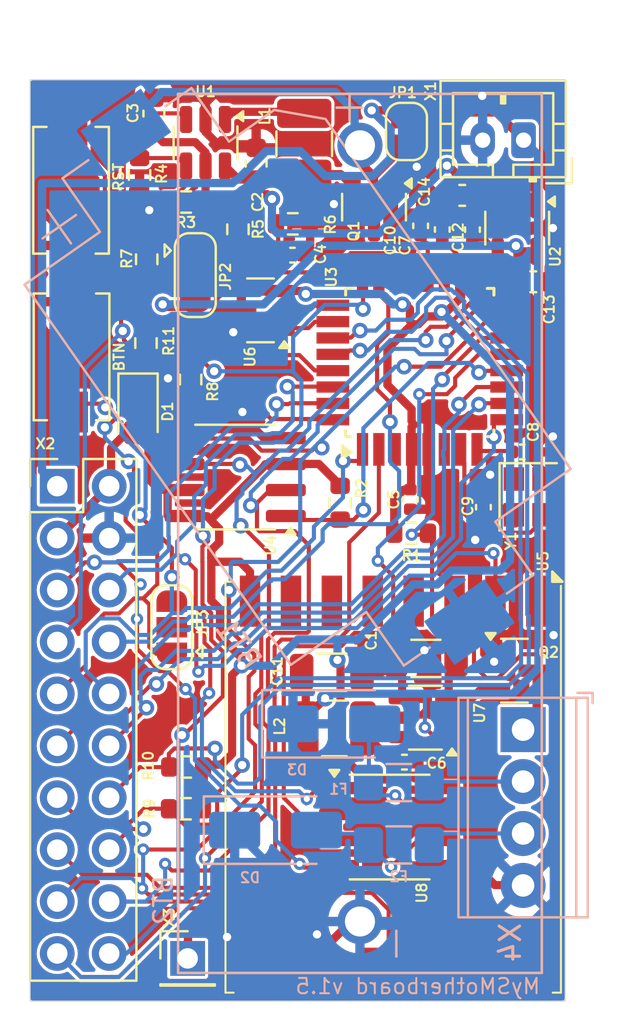
<source format=kicad_pcb>
(kicad_pcb (version 20240108) (generator "pcbnew") (generator_version "8.0")
  (title_block (title "MySMotherboard") (date "2024-05-25") (rev "1.4") (company "Marek Czerski"))
  (layers (0 "F.Cu" signal) (31 "B.Cu" signal) (34 "B.Paste" user) (35 "F.Paste" user) (36 "B.SilkS" user "B.Silkscreen") (37 "F.SilkS" user "F.Silkscreen") (38 "B.Mask" user) (39 "F.Mask" user) (44 "Edge.Cuts" user))
  (net 0 "")
  (net 1 "GND")
  (net 2 "VCC")
  (net 3 "Net-(U2-BYP)")
  (net 4 "Net-(U1-V_{FB})")
  (net 5 "A7")
  (net 6 "VIN")
  (net 7 "/SW_L")
  (net 8 "VINT")
  (net 9 "VBOOST")
  (net 10 "VRAW")
  (net 11 "VREG")
  (net 12 "A2")
  (net 13 "Net-(D1-K)")
  (net 14 "Net-(U3-XTAL2{slash}PB7)")
  (net 15 "Net-(U3-XTAL1{slash}PB6)")
  (net 16 "Net-(U3-AREF)")
  (net 17 "D8")
  (net 18 "MISO")
  (net 19 "MOSI")
  (net 20 "SCK")
  (net 21 "A3")
  (net 22 "D9")
  (net 23 "D10")
  (net 24 "D2")
  (net 25 "D4")
  (net 28 "D5")
  (net 29 "D6")
  (net 30 "D7")
  (net 32 "A0")
  (net 33 "RX")
  (net 34 "TX")
  (net 35 "RST")
  (net 36 "A1")
  (net 37 "A5")
  (net 38 "A4")
  (net 39 "D3")
  (net 47 "Net-(U5-ANA)")
  (net 48 "Net-(U7-BST)")
  (net 49 "+24V")
  (net 50 "Net-(U7-SW)")
  (net 51 "Net-(D2-A2)")
  (net 52 "Net-(D3-A2)")
  (net 53 "Net-(X4-Pin_2)")
  (net 54 "Net-(X4-Pin_3)")
  (net 55 "Net-(Q2-D)")
  (net 56 "Net-(JP3-C)")
  (footprint "Capacitor_SMD:C_0402_1005Metric" (layer "F.Cu") (at 155.575 89.796382 90)
    (property "Reference" "C7")
    (property "Value" "100n")
  )
  (footprint "Package_QFP:TQFP-32_7x7mm_P0.8mm" (layer "F.Cu") (at 154.475 96.3 90)
    (property "Reference" "U3")
    (property "Value" "ATmega328PB-A")
  )
  (footprint "Package_TO_SOT_SMD:SOT-23" (layer "F.Cu") (at 146.6875 93.75 180)
    (property "Reference" "U6")
    (property "Value" "ATSHA204A")
  )
  (footprint "Capacitor_SMD:C_0402_1005Metric" (layer "F.Cu") (at 159.48774 100.675 180)
    (property "Reference" "C8")
    (property "Value" "22p")
  )
  (footprint "Package_TO_SOT_SMD:SOT-23-6" (layer "F.Cu") (at 144 85.55 -90)
    (property "Reference" "U1")
    (property "Value" "MCP1640Cx-xCHY")
  )
  (footprint "Capacitor_SMD:C_0402_1005Metric" (layer "F.Cu") (at 157.586378 103.377244 90)
    (property "Reference" "C9")
    (property "Value" "22p")
  )
  (footprint "Connector_PinHeader_2.54mm:PinHeader_1x01_P2.54mm_Vertical" (layer "F.Cu") (at 143.125 125.45)
    (property "Reference" "X3")
    (property "Value" "ANT")
  )
  (footprint "Resistor_SMD:R_0603_1608Metric" (layer "F.Cu") (at 143.05394 116.086141 180)
    (property "Reference" "R10")
    (property "Value" "10k")
  )
  (footprint "Capacitor_SMD:C_1206_3216Metric" (layer "F.Cu") (at 154.775 110.775 180)
    (property "Reference" "C1")
    (property "Value" "10u/50V")
  )
  (footprint "Resistor_SMD:R_0603_1608Metric" (layer "F.Cu") (at 148.26644 89.51786)
    (property "Reference" "R6")
    (property "Value" "100k")
  )
  (footprint "Inductor_SMD:L_1210_3225Metric" (layer "F.Cu") (at 150.3 114.2 180)
    (property "Reference" "L2")
    (property "Value" "4.7u")
  )
  (footprint "Resistor_SMD:R_0603_1608Metric" (layer "F.Cu") (at 141.089378 95.35 -90)
    (property "Reference" "R11")
    (property "Value" "1M")
  )
  (footprint "Inductor_SMD:L_1210_3225Metric_Pad1.42x2.65mm_HandSolder" (layer "F.Cu") (at 148.825 85.6 90)
    (property "Reference" "L1")
    (property "Value" "4.7u")
  )
  (footprint "Resistor_SMD:R_0603_1608Metric" (layer "F.Cu") (at 150.581543 103.1599 -90)
    (property "Reference" "R2")
    (property "Value" "1M")
  )
  (footprint "LED_SMD:LED_0805_2012Metric_Pad1.15x1.40mm_HandSolder" (layer "F.Cu") (at 140.7 98.7 -90)
    (property "Reference" "D1")
    (property "Value" "LED")
  )
  (footprint "Capacitor_SMD:C_0402_1005Metric" (layer "F.Cu") (at 154.516737 89.61446 90)
    (property "Reference" "C10")
    (property "Value" "100n")
  )
  (footprint "Resistor_SMD:R_0603_1608Metric" (layer "F.Cu") (at 143.270581 97.133938 90)
    (property "Reference" "R8")
    (property "Value" "1k")
  )
  (footprint "Jumper:SolderJumper-3_P1.3mm_Open_RoundedPad1.0x1.5mm" (layer "F.Cu") (at 143.5 92.025 -90)
    (property "Reference" "JP2")
    (property "Value" "~")
  )
  (footprint "Capacitor_SMD:C_0402_1005Metric" (layer "F.Cu") (at 154.012 102.997997 -90)
    (property "Reference" "C5")
    (property "Value" "100n")
  )
  (footprint "Connector_JST:JST_PH_B2B-PH-K_1x02_P2.00mm_Vertical" (layer "F.Cu") (at 159.55 85.425 180)
    (property "Reference" "X1")
    (property "Value" "~")
  )
  (footprint "Package_TO_SOT_SMD:SOT-23-5" (layer "F.Cu") (at 159.2375 89.725 -90)
    (property "Reference" "U2")
    (property "Value" "APE8865Y5-30-HF-3")
  )
  (footprint "Resistor_SMD:R_0603_1608Metric" (layer "F.Cu") (at 154.05 104.65)
    (property "Reference" "R1")
    (property "Value" "1M")
  )
  (footprint "Resistor_SMD:R_0603_1608Metric" (layer "F.Cu") (at 143.041503 118.1303 180)
    (property "Reference" "R9")
    (property "Value" "10k")
  )
  (footprint "Connector_PinHeader_2.54mm:PinHeader_2x10_P2.54mm_Vertical" (layer "F.Cu") (at 136.75 102.35)
    (property "Reference" "X2")
    (property "Value" "MySX 2.5")
  )
  (footprint "Jumper:SolderJumper-3_P1.3mm_Open_RoundedPad1.0x1.5mm" (layer "F.Cu") (at 142.35 109.25 90)
    (property "Reference" "JP3")
    (property "Value" "~")
  )
  (footprint "Resistor_SMD:R_0603_1608Metric" (layer "F.Cu") (at 145.584478 89.784641 -90)
    (property "Reference" "R5")
    (property "Value" "1M")
  )
  (footprint "Jumper:SolderJumper-2_P1.3mm_Open_RoundedPad1.0x1.5mm" (layer "F.Cu") (at 153.825 85 -90)
    (property "Reference" "JP1")
    (property "Value" "~")
  )
  (footprint "Capacitor_SMD:C_0603_1608Metric" (layer "F.Cu") (at 160.025 92.35)
    (property "Reference" "C13")
    (property "Value" "10u")
  )
  (footprint "Package_TO_SOT_SMD:SOT-23" (layer "F.Cu") (at 152.2375 88.7 -90)
    (property "Reference" "Q1")
    (property "Value" "~")
  )
  (footprint "Capacitor_SMD:C_0402_1005Metric" (layer "F.Cu") (at 148.25 91.05)
    (property "Reference" "C4")
    (property "Value" "100n")
  )
  (footprint "Button_Switch_SMD:SW_SPST_EVQPE1" (layer "F.Cu") (at 137.45 96.025 90)
    (property "Reference" "SW2" (hide yes))
    (property "Value" "BTN")
  )
  (footprint "Package_SO:SOIC-8_3.9x4.9mm_P1.27mm" (layer "F.Cu") (at 153 119.025)
    (property "Reference" "U8")
    (property "Value" "SP3481EN")
  )
  (footprint "Capacitor_SMD:C_0603_1608Metric" (layer "F.Cu") (at 146.475 86.575 90)
    (property "Reference" "C2")
    (property "Value" "10u")
  )
  (footprint "Package_TO_SOT_SMD:TSOT-23-6" (layer "F.Cu") (at 154.75 113.675 180)
    (property "Reference" "U7")
    (property "Value" "AP63205WU")
  )
  (footprint "RF_Module:HOPERF_RFM69HW" (layer "F.Cu") (at 153.175 117.075 -90)
    (property "Reference" "U5")
    (property "Value" "RFM69HW")
  )
  (footprint "Capacitor_SMD:C_1206_3216Metric" (layer "F.Cu") (at 150.175 111.45)
    (property "Reference" "C11")
    (property "Value" "10u")
  )
  (footprint "Crystal:Crystal_SMD_2520-4Pin_2.5x2.0mm" (layer "F.Cu") (at 159.775 102.875 -90)
    (property "Reference" "Y1")
    (property "Value" "16M")
  )
  (footprint "Button_Switch_SMD:SW_SPST_EVQPE1" (layer "F.Cu") (at 137.425 87.875 -90)
    (property "Reference" "SW1" (hide yes))
    (property "Value" "RST")
  )
  (footprint "Capacitor_SMD:C_0402_1005Metric_Pad0.74x0.62mm_HandSolder" (layer "F.Cu") (at 153.725 115.85 180)
    (property "Reference" "C6")
    (property "Value" "100n/50V")
  )
  (footprint "Resistor_SMD:R_0603_1608Metric" (layer "F.Cu") (at 141.125 91.25 90)
    (property "Reference" "R7")
    (property "Value" "1M")
  )
  (footprint "Resistor_SMD:R_0603_1608Metric" (layer "F.Cu") (at 143.05 88.45 180)
    (property "Reference" "R3")
    (property "Value" "1M")
  )
  (footprint "Capacitor_SMD:C_0603_1608Metric" (layer "F.Cu") (at 141.475 84.125 90)
    (property "Reference" "C3")
    (property "Value" "10u")
  )
  (footprint "Package_TO_SOT_SMD:SOT-23" (layer "F.Cu") (at 159.1 111.375)
    (property "Reference" "Q2")
    (property "Value" "~")
  )
  (footprint "Capacitor_SMD:C_0402_1005Metric" (layer "F.Cu") (at 157.05 89.8 90)
    (property "Reference" "C12")
    (property "Value" "100n")
  )
  (footprint "Resistor_SMD:R_0603_1608Metric" (layer "F.Cu") (at 140.775 87.125 -90)
    (property "Reference" "R4")
    (property "Value" "620k")
  )
  (footprint "Capacitor_SMD:C_0603_1608Metric" (layer "F.Cu") (at 156.55 88.125 180)
    (property "Reference" "C14")
    (property "Value" "10u/16V")
  )
  (footprint "Package_SO:SOIC-8_3.9x4.9mm_P1.27mm" (layer "F.Cu") (at 145.45 101.905 180)
    (property "Reference" "U4")
    (property "Value" "AT25xxx")
  )
  (footprint "Battery:BatteryHolder_Keystone_1060_1x2032" (layer "B.Cu") (at 148.502895 97.000577 -55)
    (property "Reference" "BT1")
    (property "Value" "CR2032")
  )
  (footprint "Diode_SMD:D_SMA" (layer "B.Cu") (at 147.425 119.175)
    (property "Reference" "D2")
    (property "Value" "SMAJ11CA")
  )
  (footprint "Fuse:Fuse_1206_3216Metric_Pad1.42x1.75mm_HandSolder" (layer "B.Cu") (at 153.45 116.85)
    (property "Reference" "F1")
    (property "Value" "Polyfuse")
  )
  (footprint "Fuse:Fuse_1206_3216Metric_Pad1.42x1.75mm_HandSolder" (layer "B.Cu") (at 153.45 119.9)
    (property "Reference" "F2")
    (property "Value" "Polyfuse")
  )
  (footprint "MySMotherboard:BH123A" (layer "B.Cu") (at 151.55 104.66 90)
    (property "Reference" "BT2")
    (property "Value" "CR123A")
  )
  (footprint "TerminalBlock_Phoenix:TerminalBlock_Phoenix_MPT-0,5-4-2.54_1x04_P2.54mm_Horizontal" (layer "B.Cu") (at 159.525 114.26 -90)
    (property "Reference" "X4")
    (property "Value" "~")
  )
  (footprint "Diode_SMD:D_SMA" (layer "B.Cu") (at 150.275 113.975)
    (property "Reference" "D3")
    (property "Value" "SMAJ11CA")
  )
  (gr_line (start 135.4201 82.4691) (end 135.4201 127.5381) (stroke (width 0.05)) (layer "Edge.Cuts"))
  (gr_line (start 161.5821 127.5381) (end 161.5821 82.4691) (stroke (width 0.05)) (layer "Edge.Cuts"))
  (gr_line (start 161.5821 82.4691) (end 135.4201 82.4691) (stroke (width 0.05)) (layer "Edge.Cuts"))
  (gr_line (start 135.4201 127.54) (end 161.5821 127.54) (stroke (width 0.05)) (layer "Edge.Cuts"))
  (gr_text "MySMotherboard v1.5" (at 160.425 127.25 0) (layer "B.SilkS") (effects (font (size 0.747776 0.747776) (thickness 0.1)) (justify left bottom mirror)))
  (segment (start 160.8 92.35) (end 160.982662 92.167338) (width 0.4) (layer "F.Cu") (net 1))
  (segment (start 161.015567 109.635526) (end 158.372869 109.635526) (width 0.4064) (layer "F.Cu") (net 1))
  (segment (start 139.27072 83.35) (end 138.87286 83.74786) (width 0.4) (layer "F.Cu") (net 1))
  (segment (start 149.867621 126.0301) (end 149.859253 126.031907) (width 0.4064) (layer "F.Cu") (net 1))
  (segment (start 153.85034 88.986741) (end 153.362662 88.986741) (width 0.4064) (layer "F.Cu") (net 1))
  (segment (start 155.902662 89.1493) (end 155.906618 89.146382) (width 0.4064) (layer "F.Cu") (net 1))
  (segment (start 153.870662 88.966419) (end 153.85034 88.986741) (width 0.4064) (layer "F.Cu") (net 1))
  (segment (start 138.87286 83.74786) (end 136.45214 83.74786) (width 0.4) (layer "F.Cu") (net 1))
  (segment (start 136.225 89.090179) (end 137.682681 90.54786) (width 0.4) (layer "F.Cu") (net 1))
  (segment (start 137.675618 90.551379) (end 137.682681 90.54786) (width 0.4064) (layer "F.Cu") (net 1))
  (segment (start 144 83.6174) (end 143.7326 83.35) (width 0.4) (layer "F.Cu") (net 1))
  (segment (start 153.6125 112.725) (end 153.6125 111.0875) (width 0.4) (layer "F.Cu") (net 1))
  (segment (start 144 83.6174) (end 144 84.4125) (width 0.4) (layer "F.Cu") (net 1))
  (segment (start 146.02714 126.0301) (end 146.02714 125.37986) (width 0.4064) (layer "F.Cu") (net 1))
  (segment (start 137.675618 93.558741) (end 137.675618 94.005779) (width 0.4064) (layer "F.Cu") (net 1))
  (segment (start 154.866337 101.483541) (end 154.866337 100.543741) (width 0.4064) (layer "F.Cu") (net 1))
  (segment (start 144.6174 83) (end 144 83.6174) (width 0.4) (layer "F.Cu") (net 1))
  (segment (start 154.3177 88.966419) (end 154.516737 88.96446) (width 0.4064) (layer "F.Cu") (net 1))
  (segment (start 157.271762 83) (end 144.6174 83) (width 0.4) (layer "F.Cu") (net 1))
  (segment (start 139.910818 96.240979) (end 140.886181 96.240979) (width 0.4064) (layer "F.Cu") (net 1))
  (segment (start 154.057596 92.0546) (end 154.057596 91.132596) (width 0.4) (layer "F.Cu") (net 1))
  (segment (start 146.961862 100.101779) (end 146.372581 99.5125) (width 0.4064) (layer "F.Cu") (net 1))
  (segment (start 160.982662 89.725) (end 160.982662 88.824179) (width 0.4064) (layer "F.Cu") (net 1))
  (segment (start 160.475 101.574204) (end 159.96774 101.066944) (width 0.4) (layer "F.Cu") (net 1))
  (segment (start 156.69514 104.836341) (end 157.081221 104.836341) (width 0.4064) (layer "F.Cu") (net 1))
  (segment (start 138.882681 83.74786) (end 138.87286 83.74786) (width 0.4) (layer "F.Cu") (net 1))
  (segment (start 151.2697 123.4901) (end 149.867621 124.892179) (width 0.4064) (layer "F.Cu") (net 1))
  (segment (start 160.982662 88.824179) (end 160.982662 84.252179) (width 0.4064) (layer "F.Cu") (net 1))
  (segment (start 138.691621 95.021782) (end 139.910818 96.240979) (width 0.4064) (layer "F.Cu") (net 1))
  (segment (start 146.02714 125.37986) (end 145.051781 124.4045) (width 0.4064) (layer "F.Cu") (net 1))
  (segment (start 157.29 121.005) (end 158.15 121.865) (width 0.4) (layer "F.Cu") (net 1))
  (segment (start 149.11924 89.51506) (end 149.766021 89.51506) (width 0.4064) (layer "F.Cu") (net 1))
  (segment (start 160.475 102) (end 160.475 101.574204) (width 0.4) (layer "F.Cu") (net 1))
  (segment (start 146.02714 126.0301) (end 146.018003 126.031907) (width 0.4064) (layer "F.Cu") (net 1))
  (segment (start 157.081221 104.836341) (end 157.182821 104.937941) (width 0.4064) (layer "F.Cu") (net 1))
  (segment (start 155.906618 89.146382) (end 156.876382 89.146382) (width 0.4) (layer "F.Cu") (net 1))
  (segment (start 150.275 89.006081) (end 149.766021 89.51506) (width 0.4) (layer "F.Cu") (net 1))
  (segment (start 160.982662 89.725) (end 160.952181 89.755481) (width 0.4064) (layer "F.Cu") (net 1))
  (segment (start 147.327621 100.000179) (end 147.226021 100.101779) (width 0.4064) (layer "F.Cu") (net 1))
  (segment (start 153.88946 91.01446) (end 153.362662 90.487662) (width 0.4) (layer "F.Cu") (net 1))
  (segment (start 140.775 87.95) (end 140.775 88.375) (width 0.4) (layer "F.Cu") (net 1))
  (segment (start 157.528262 83.2565) (end 157.271762 83) (width 0.4) (layer "F.Cu") (net 1))
  (segment (start 154.942537 101.559741) (end 154.866337 101.483541) (width 0.4064) (layer "F.Cu") (net 1))
  (segment (start 153.362662 88.986741) (end 153.1875 88.811579) (width 0.4) (layer "F.Cu") (net 1))
  (segment (start 155.094937 103.540941) (end 154.942537 103.413941) (width 0.4064) (layer "F.Cu") (net 1))
  (segment (start 153.1875 88.811579) (end 153.1875 87.7625) (width 0.4) (layer "F.Cu") (net 1))
  (segment (start 156.126181 103.901619) (end 156.634181 104.409619) (width 0.4064) (layer "F.Cu") (net 1))
  (segment (start 154.3 110.775) (end 154.7 110.375) (width 0.4) (layer "F.Cu") (net 1))
  (segment (start 144.6 85.625) (end 144 85.025) (width 0.4) (layer "F.Cu") (net 1))
  (segment (start 147.95754 100.000179) (end 147.970603 99.992116) (width 0.4064) (layer "F.Cu") (net 1))
  (segment (start 144 85.025) (end 144 84.4125) (width 0.4) (layer "F.Cu") (net 1))
  (segment (start 140.775 88.375) (end 141.25 88.85) (width 0.4) (layer "F.Cu") (net 1))
  (segment (start 154.9159 87.7015) (end 154.516737 88.100663) (width 0.4064) (layer "F.Cu") (net 1))
  (segment (start 145.803621 98.86226) (end 145.803621 98.720019) (width 0.4064) (layer "F.Cu") (net 1))
  (segment (start 149.11644 90.820397) (end 148.8413 91.095538) (width 0.4064) (layer "F.Cu") (net 1))
  (segment (start 155.775 88.125) (end 155.3394 88.125) (width 0.4) (layer "F.Cu") (net 1))
  (segment (start 157.182821 109.307821) (end 157.182821 104.978579) (width 0.4064) (layer "F.Cu") (net 1))
  (segment (start 159.2375 88.5875) (end 159.2375 89.249999) (width 0.4) (layer "F.Cu") (net 1))
  (segment (start 147.226021 100.101779) (end 146.961862 100.101779) (width 0.4064) (layer "F.Cu") (net 1))
  (segment (start 142.26794 96.891219) (end 142.26794 96.992819) (width 0.4064) (layer "F.Cu") (net 1))
  (segment (start 136.225 83.975) (end 136.225 89.090179) (width 0.4) (layer "F.Cu") (net 1))
  (segment (start 159.51 121.865) (end 159.525 121.88) (width 0.4) (layer "F.Cu") (net 1))
  (segment (start 156.0449 103.596819) (end 156.126181 103.596819) (width 0.4064) (layer "F.Cu") (net 1))
  (segment (start 150.275 88.55) (end 150.275 89.006081) (width 0.4) (layer "F.Cu") (net 1))
  (segment (start 158.3125 110.7331) (end 158.3125 109.695895) (width 0.4) (layer "F.Cu") (net 1))
  (segment (start 154.516737 88.100663) (end 154.516737 88.96446) (width 0.4064) (layer "F.Cu") (net 1))
  (segment (start 159.086862 103.9967) (end 159.025421 103.9967) (width 0.4064) (layer "F.Cu") (net 1))
  (segment (start 159.712501 89.725) (end 160.982662 89.725) (width 0.4) (layer "F.Cu") (net 1))
  (segment (start 153.93946 91.01446) (end 153.88946 91.01446) (width 0.4) (layer "F.Cu") (net 1))
  (segment (start 145.661381 94.777941) (end 145.742662 94.716979) (width 0.2032) (layer "F.Cu") (net 1))
  (segment (start 157.91434 102.479219) (end 157.91434 101.788341) (width 0.4064) (layer "F.Cu") (net 1))
  (segment (start 142.16634 96.688019) (end 142.16634 97.0741) (width 0.4064) (layer "F.Cu") (net 1))
  (segment (start 155.831537 103.591741) (end 155.145737 103.591741) (width 0.4064) (layer "F.Cu") (net 1))
  (segment (start 147.95754 100.000179) (end 147.327621 100.000179) (width 0.4064) (layer "F.Cu") (net 1))
  (segment (start 160.129221 100.4269) (end 160.129221 100.873941) (width 0.4064) (layer "F.Cu") (net 1))
  (segment (start 156.876382 89.146382) (end 157.05 89.32) (width 0.4) (layer "F.Cu") (net 1))
  (segment (start 156.634181 104.775379) (end 156.69514 104.836341) (width 0.4064) (layer "F.Cu") (net 1))
  (segment (start 158.1103 110.9353) (end 158.3125 110.7331) (width 0.4) (layer "F.Cu") (net 1))
  (segment (start 142.16634 97.0741) (end 142.186659 97.0741) (width 0.4064) (layer "F.Cu") (net 1))
  (segment (start 146.3 85.625) (end 144.6 85.625) (width 0.4) (layer "F.Cu") (net 1))
  (segment (start 153.362662 90.487662) (end 153.362662 88.986741) (width 0.4) (layer "F.Cu") (net 1))
  (segment (start 146.270981 99.329619) (end 146.372581 99.5125) (width 0.4064) (layer "F.Cu") (net 1))
  (segment (start 141.292581 96.240979) (end 141.089378 96.237538) (width 0.4064) (layer "F.Cu") (net 1))
  (segment (start 149.11924 89.51506) (end 149.11644 89.51786) (width 0.4064) (layer "F.Cu") (net 1))
  (segment (start 149.45 124.275) (end 149.68474 124.50974) (width 0.4064) (layer "F.Cu") (net 1))
  (segment (start 158.353195 109.6552) (end 157.5302 109.6552) (width 0.4064) (layer "F.Cu") (net 1))
  (segment (start 156.126181 103.596819) (end 156.126181 103.901619) (width 0.4064) (layer "F.Cu") (net 1))
  (segment (start 145.3769 93.7213) (end 145.742662 93.7213) (width 0.2032) (layer "F.Cu") (net 1))
  (segment (start 154.703781 88.966419) (end 154.516737 88.96446) (width 0.4064) (layer "F.Cu") (net 1))
  (segment (start 141.475 83.35) (end 139.27072 83.35) (width 0.4) (layer "F.Cu") (net 1))
  (segment (start 149.867621 124.892179) (end 149.867621 126.0301) (width 0.4064) (layer "F.Cu") (net 1))
  (segment (start 154.012 103.477997) (end 154.878481 103.477997) (width 0.4) (layer "F.Cu") (net 1))
  (segment (start 155.3394 88.125) (end 154.9159 87.7015) (width 0.4) (layer "F.Cu") (net 1))
  (segment (start 158.15 121.865) (end 159.51 121.865) (width 0.4) (layer "F.Cu") (net 1))
  (segment (start 137.675618 94.005779) (end 138.691621 95.021782) (width 0.4064) (layer "F.Cu") (net 1))
  (segment (start 146.475 85.8) (end 146.3 85.625) (width 0.4) (layer "F.Cu") (net 1))
  (segment (start 160.129221 100.873941) (end 160.13774 101.066944) (width 0.4064) (layer "F.Cu") (net 1))
  (segment (start 138.71194 95.00146) (end 138.691621 95.021782) (width 0.4064) (layer "F.Cu") (net 1))
  (segment (start 157.182821 104.937941) (end 157.182821 104.978579) (width 0.4064) (layer "F.Cu") (net 1))
  (segment (start 153.6125 111.0875) (end 153.3 110.775) (width 0.4) (layer "F.Cu") (net 1))
  (segment (start 160.86074 100.040819) (end 160.5153 100.040819) (width 0.4064) (layer "F.Cu") (net 1))
  (segment (start 160.982662 92.167338) (end 160.982662 89.725) (width 0.4) (layer "F.Cu") (net 1))
  (segment (start 155.145737 103.591741) (end 155.094937 103.540941) (width 0.4064) (layer "F.Cu") (net 1))
  (segment (start 159.94634 83.134579) (end 160.04794 83.31746) (width 0.4064) (layer "F.Cu") (net 1))
  (segment (start 151.65 111.45) (end 152.625 111.45) (width 0.4) (layer "F.Cu") (net 1))
  (segment (start 145.742662 93.7213) (end 145.742662 94.716979) (width 0.2032) (layer "F.Cu") (net 1))
  (segment (start 159.2375 89.249999) (end 159.712501 89.725) (width 0.4) (layer "F.Cu") (net 1))
  (segment (start 155.425 121.005) (end 157.29 121.005) (width 0.4) (layer "F.Cu") (net 1))
  (segment (start 155.831537 103.591741) (end 155.850696 103.59466) (width 0.4064) (layer "F.Cu") (net 1))
  (segment (start 160.982659 99.9189) (end 160.86074 100.040819) (width 0.4064) (layer "F.Cu") (net 1))
  (segment (start 157.853381 102.540179) (end 157.586378 102.727244) (width 0.4064) (layer "F.Cu") (net 1))
  (segment (start 157.5302 109.6552) (end 157.182821 109.307821) (width 0.4064) (layer "F.Cu") (net 1))
  (segment (start 149.68474 124.50974) (end 149.68474 124.790579) (width 0.4064) (layer "F.Cu") (net 1))
  (segment (start 152.625 111.45) (end 153.3 110.775) (width 0.4) (layer "F.Cu") (net 1))
  (segment (start 145.661381 94.777941) (end 145.62074 94.818579) (width 0.2032) (layer "F.Cu") (net 1))
  (segment (start 141.7193 96.240979) (end 142.16634 96.688019) (width 0.4064) (layer "F.Cu") (net 1))
  (segment (start 140.886181 96.240979) (end 141.089378 96.237538) (width 0.4064) (layer "F.Cu") (net 1))
  (segment (start 155.1305 88.966419) (end 155.313381 89.1493) (width 0.4064) (layer "F.Cu") (net 1))
  (segment (start 154.703781 88.966419) (end 155.1305 88.966419) (width 0.4064) (layer "F.Cu") (net 1))
  (segment (start 160.5153 100.040819) (end 160.129221 100.4269) (width 0.4064) (layer "F.Cu") (net 1))
  (segment (start 158.3125 109.695895) (end 158.353195 109.6552) (width 0.4) (layer "F.Cu") (net 1))
  (segment (start 143.7326 83.35) (end 141.125 83.35) (width 0.4) (layer "F.Cu") (net 1))
  (segment (start 146.270981 99.329619) (end 145.803621 98.86226) (width 0.4064) (layer "F.Cu") (net 1))
  (segment (start 149.68474 124.790579) (end 149.867621 124.892179) (width 0.4064) (layer "F.Cu") (net 1))
  (segment (start 137.675618 93.558741) (end 137.679162 93.356522) (width 0.4064) (layer "F.Cu") (net 1))
  (segment (start 157.528262 83.2565) (end 157.528262 83.073619) (width 0.4064) (layer "F.Cu") (net 1))
  (segment (start 145.3769 93.7213) (end 145.276915 93.72276) (width 0.2032) (layer "F.Cu") (net 1))
  (segment (start 157.853381 102.540179) (end 157.91434 102.479219) (width 0.4064) (layer "F.Cu") (net 1))
  (segment (start 154.9159 87.7015) (end 154.9159 87.3159) (width 0.4) (layer "F.Cu") (net 1))
  (segment (start 154.057596 91.132596) (end 153.93946 91.01446) (width 0.4) (layer "F.Cu") (net 1))
  (segment (start 156.634181 104.409619) (end 156.634181 104.775379) (width 0.4064) (layer "F.Cu") (net 1))
  (segment (start 154.9159 87.3159) (end 154.325 86.725) (width 0.4) (layer "F.Cu") (net 1))
  (segment (start 155.313381 89.1493) (end 155.902662 89.1493) (width 0.4064) (layer "F.Cu") (net 1))
  (segment (start 137.675618 93.355538) (end 137.679162 93.356522) (width 0.4064) (layer "F.Cu") (net 1))
  (segment (start 142.26794 96.992819) (end 142.186659 97.0741) (width 0.4064) (layer "F.Cu") (net 1))
  (segment (start 154.053537 92.034741) (end 154.057596 92.0546) (width 0.4064) (layer "F.Cu") (net 1))
  (segment (start 159.025421 103.9967) (end 157.755965 102.727244) (width 0.4064) (layer "F.Cu") (net 1))
  (segment (start 153.3 110.775) (end 154.3 110.775) (width 0.4) (layer "F.Cu") (net 1))
  (segment (start 154.878481 103.477997) (end 154.942537 103.413941) (width 0.4) (layer "F.Cu") (net 1))
  (segment (start 159.94634 83.134579) (end 159.885381 83.073619) (width 0.4064) (layer "F.Cu") (net 1))
  (segment (start 160.982662 84.252179) (end 160.04794 83.31746) (width 0.4064) (layer "F.Cu") (net 1))
  (segment (start 157.586378 102.727244) (end 157.755965 102.727244) (width 0.4064) (layer "F.Cu") (net 1))
  (segment (start 159.885381 83.073619) (end 157.528262 83.073619) (width 0.4064) (layer "F.Cu") (net 1))
  (segment (start 151.2697 123.4901) (end 151.2777 123.4886) (width 0.4064) (layer "F.Cu") (net 1))
  (segment (start 149.11644 89.51786) (end 149.11644 90.820397) (width 0.4064) (layer "F.Cu") (net 1))
  (segment (start 136.45214 83.74786) (end 136.225 83.975) (width 0.4) (layer "F.Cu") (net 1))
  (segment (start 145.276915 93.72276) (end 145.27384 93.72276) (width 0.2032) (layer "F.Cu") (net 1))
  (segment (start 154.3177 88.966419) (end 153.870662 88.966419) (width 0.4064) (layer "F.Cu") (net 1))
  (segment (start 158.372869 109.635526) (end 158.353195 109.6552) (width 0.4064) (layer "F.Cu") (net 1))
  (segment (start 145.62074 94.818579) (end 145.356581 94.818579) (width 0.2032) (layer "F.Cu") (net 1))
  (segment (start 156.0449 103.596819) (end 155.850696 103.59466) (width 0.4064) (layer "F.Cu") (net 1))
  (segment (start 141.292581 96.240979) (end 141.7193 96.240979) (width 0.4064) (layer "F.Cu") (net 1))
  (segment (start 154.942537 103.413941) (end 154.942537 101.559741) (width 0.4064) (layer "F.Cu") (net 1))
  (segment (start 154.866337 100.543741) (end 154.870396 100.5382) (width 0.4064) (layer "F.Cu") (net 1))
  (segment (start 137.675618 90.551379) (end 137.675618 93.355538) (width 0.4064) (layer "F.Cu") (net 1))
  (via (at 145.356581 94.818579) (size 0.762) (drill 0.4064) (layers "F.Cu" "B.Cu") (net 1))
  (via (at 154.7 110.375) (size 0.8) (drill 0.4) (layers "F.Cu" "B.Cu") (net 1))
  (via (at 161.015567 109.635526) (size 0.762) (drill 0.4064) (layers "F.Cu" "B.Cu") (net 1))
  (via (at 141.25 88.85) (size 0.8) (drill 0.4) (layers "F.Cu" "B.Cu") (net 1))
  (via blind (at 154.325 86.725) (size 0.8) (drill 0.4) (layers "F.Cu" "B.Cu") (net 1))
  (via (at 145.803621 98.720019) (size 0.762) (drill 0.4064) (layers "F.Cu" "B.Cu") (net 1))
  (via (at 157.528262 83.2565) (size 0.762) (drill 0.4064) (layers "F.Cu" "B.Cu") (net 1))
  (via (at 158.1103 110.9353) (size 0.8) (drill 0.4) (layers "F.Cu" "B.Cu") (net 1))
  (via (at 157.91434 101.788341) (size 0.762) (drill 0.4064) (layers "F.Cu" "B.Cu") (net 1))
  (via (at 149.45 124.275) (size 0.762) (drill 0.4064) (layers "F.Cu" "B.Cu") (net 1))
  (via blind (at 150.275 88.55) (size 0.8) (drill 0.4) (layers "F.Cu" "B.Cu") (net 1))
  (via (at 142.16634 97.0741) (size 0.762) (drill 0.4064) (layers "F.Cu" "B.Cu") (net 1))
  (via (at 160.982662 89.725) (size 0.762) (drill 0.4064) (layers "F.Cu" "B.Cu") (net 1))
  (via (at 145.051781 124.4045) (size 0.762) (drill 0.4064) (layers "F.Cu" "B.Cu") (net 1))
  (via (at 160.982659 99.9189) (size 0.762) (drill 0.4064) (layers "F.Cu" "B.Cu") (net 1))
  (via (at 157.182821 104.978579) (size 0.762) (drill 0.4064) (layers "F.Cu" "B.Cu") (net 1))
  (segment (start 160.982659 99.9189) (end 160.982662 99.918903) (width 0.4064) (layer "B.Cu") (net 1))
  (segment (start 139.29 104.89) (end 141.34624 104.89) (width 0.4) (layer "B.Cu") (net 1))
  (segment (start 149.895 123.645) (end 151.55 123.645) (width 0.4) (layer "B.Cu") (net 1))
  (segment (start 148.275 115.176166) (end 151.573834 118.475) (width 0.4) (layer "B.Cu") (net 1))
  (segment (start 158.1103 110.9353) (end 158.1103 110.205664) (width 0.4) (layer "B.Cu") (net 1))
  (segment (start 158.1103 110.205664) (end 156.90579 109.001154) (width 0.4) (layer "B.Cu") (net 1))
  (segment (start 141.597381 102.540179) (end 142.613381 101.524179) (width 0.4064) (layer "B.Cu") (net 1))
  (segment (start 161.0282 112.802338) (end 161.0282 122.6218) (width 0.4064) (layer "B.Cu") (net 1))
  (segment (start 160.982662 109.668431) (end 160.982662 112.7568) (width 0.4064) (layer "B.Cu") (net 1))
  (segment (start 154.125 123.85) (end 151.6391 123.85) (width 0.4064) (layer "B.Cu") (net 1))
  (segment (start 141.25 88.85) (end 145.635945 88.85) (width 0.4) (layer "B.Cu") (net 1))
  (segment (start 139.362181 105.080179) (end 139.29854 104.8877) (width 0.4064) (layer "B.Cu") (net 1))
  (segment (start 157.91434 101.788341) (end 158.259781 102.133779) (width 0.4064) (layer "B.Cu") (net 1))
  (segment (start 154.7 110.375) (end 155.531944 110.375) (width 0.4) (layer "B.Cu") (net 1))
  (segment (start 157.284421 104.7957) (end 157.182821 104.978579) (width 0.4064) (layer "B.Cu") (net 1))
  (segment (start 160.982662 99.918903) (end 160.982662 109.602621) (width 0.4064) (layer "B.Cu") (net 1))
  (segment (start 143.2433 97.43986) (end 143.1417 97.622741) (width 0.2032) (layer "B.Cu") (net 1))
  (segment (start 143.2433 96.93186) (end 143.2433 97.43986) (width 0.2032) (layer "B.Cu") (net 1))
  (segment (start 142.714981 97.622741) (end 143.1417 97.622741) (width 0.4064) (layer "B.Cu") (net 1))
  (segment (start 151.573834 118.475) (end 152.575 118.475) (width 0.4) (layer "B.Cu") (net 1))
  (segment (start 158.259781 103.820341) (end 157.284421 104.7957) (width 0.4064) (layer "B.Cu") (net 1))
  (segment (start 149.3205 124.4045) (end 149.45 124.275) (width 0.4064) (layer "B.Cu") (net 1))
  (segment (start 155.531944 110.375) (end 156.90579 109.001154) (width 0.4) (layer "B.Cu") (net 1))
  (segment (start 160.982662 89.725) (end 160.982662 91.775) (width 0.4064) (layer "B.Cu") (net 1))
  (segment (start 146.938345 87.5476) (end 149.2726 87.5476) (width 0.4) (layer "B.Cu") (net 1))
  (segment (start 161.0282 122.6218) (end 159.8 123.85) (width 0.4064) (layer "B.Cu") (net 1))
  (segment (start 149.2726 87.5476) (end 150.275 88.55) (width 0.4) (layer "B.Cu") (net 1))
  (segment (start 142.613381 98.9029) (end 142.613381 97.805619) (width 0.4064) (layer "B.Cu") (net 1))
  (segment (start 141.34624 104.89) (end 141.597381 104.638859) (width 0.4) (layer "B.Cu") (net 1))
  (segment (start 159.8 123.85) (end 154.125 123.85) (width 0.4064) (layer "B.Cu") (net 1))
  (segment (start 145.425 119.175) (end 149.895 123.645) (width 0.4) (layer "B.Cu") (net 1))
  (segment (start 145.803621 98.720019) (end 145.62074 98.9029) (width 0.4064) (layer "B.Cu") (net 1))
  (segment (start 160.982662 112.7568) (end 161.0282 112.802338) (width 0.4064) (layer "B.Cu") (net 1))
  (segment (start 142.16634 97.0741) (end 142.714981 97.622741) (width 0.4064) (layer "B.Cu") (net 1))
  (segment (start 145.62074 98.9029) (end 142.613381 98.9029) (width 0.4064) (layer "B.Cu") (net 1))
  (segment (start 160.982662 98.86226) (end 160.982662 91.775) (width 0.4064) (layer "B.Cu") (net 1))
  (segment (start 145.356581 94.818579) (end 143.2433 96.93186) (width 0.2032) (layer "B.Cu") (net 1))
  (segment (start 160.957662 91.8) (end 160.982662 91.775) (width 0.4) (layer "B.Cu") (net 1))
  (segment (start 157.528262 83.2565) (end 157.528262 85.369779) (width 0.4064) (layer "B.Cu") (net 1))
  (segment (start 154.325 86.725) (end 152.5 88.55) (width 0.4) (layer "B.Cu") (net 1))
  (segment (start 142.613381 101.524179) (end 142.613381 98.9029) (width 0.4064) (layer "B.Cu") (net 1))
  (segment (start 157.528262 85.369779) (end 157.5277 85.3711) (width 0.4064) (layer "B.Cu") (net 1))
  (segment (start 139.301218 104.876979) (end 139.29854 104.8877) (width 0.4064) (layer "B.Cu") (net 1))
  (segment (start 160.982659 99.9189) (end 160.982659 98.86226) (width 0.4064) (layer "B.Cu") (net 1))
  (segment (start 145.051781 124.4045) (end 149.3205 124.4045) (width 0.4064) (layer "B.Cu") (net 1))
  (segment (start 141.597381 103.860979) (end 141.597381 102.540179) (width 0.4064) (layer "B.Cu") (net 1))
  (segment (start 151.6391 123.85) (end 151.2777 123.4886) (width 0.4064) (layer "B.Cu") (net 1))
  (segment (start 160.982662 109.602621) (end 161.015567 109.635526) (width 0.4064) (layer "B.Cu") (net 1))
  (segment (start 161.015567 109.635526) (end 160.982662 109.668431) (width 0.4064) (layer "B.Cu") (net 1))
  (segment (start 141.597381 104.638859) (end 141.597381 103.860979) (width 0.4) (layer "B.Cu") (net 1))
  (segment (start 153.825 119.725) (end 153.825 123.55) (width 0.4) (layer "B.Cu") (net 1))
  (segment (start 152.575 118.475) (end 153.825 119.725) (width 0.4) (layer "B.Cu") (net 1))
  (segment (start 152.5 88.55) (end 150.275 88.55) (width 0.4) (layer "B.Cu") (net 1))
  (segment (start 153.825 123.55) (end 154.125 123.85) (width 0.4) (layer "B.Cu") (net 1))
  (segment (start 142.613381 97.805619) (end 142.714981 97.622741) (width 0.4064) (layer "B.Cu") (net 1))
  (segment (start 158.259781 102.133779) (end 158.259781 103.820341) (width 0.4064) (layer "B.Cu") (net 1))
  (segment (start 148.275 113.975) (end 148.275 115.176166) (width 0.4) (layer "B.Cu") (net 1))
  (segment (start 160.982659 98.86226) (end 160.982662 98.86226) (width 0.4064) (layer "B.Cu") (net 1))
  (segment (start 145.635945 88.85) (end 146.938345 87.5476) (width 0.4) (layer "B.Cu") (net 1))
  (segment (start 146.175 107.975) (end 146.175 106.537654) (width 0.4) (layer "F.Cu") (net 2))
  (segment (start 154.398981 94.4325) (end 154.094181 94.4325) (width 0.4064) (layer "F.Cu") (net 2))
  (segment (start 156.49194 92.7053) (end 156.49194 93.1117) (width 0.4064) (layer "F.Cu") (net 2))
  (segment (start 145.3 111.587624) (end 145.7564 111.131224) (width 0.4) (layer "F.Cu") (net 2))
  (segment (start 153.992581 93.68066) (end 153.992581 94.249619) (width 0.4064) (layer "F.Cu") (net 2))
  (segment (start 156.471621 92.237941) (end 156.470596 92.0546) (width 0.4064) (layer "F.Cu") (net 2))
  (segment (start 144.282896 106.048022) (end 145.685368 106.048022) (width 0.4064) (layer "F.Cu") (net 2))
  (segment (start 144.381221 104.14546) (end 144.24914 103.99306) (width 0.4064) (layer "F.Cu") (net 2))
  (segment (start 156.466537 91.856941) (end 156.470596 92.0546) (width 0.4064) (layer "F.Cu") (net 2))
  (segment (start 151.581974 116.42) (end 151.543834 116.42) (width 0.4) (layer "F.Cu") (net 2))
  (segment (start 146.352262 92.827219) (end 145.600421 92.075379) (width 0.4064) (layer "F.Cu") (net 2))
  (segment (start 139.3825 100.48786) (end 139.3825 102.1541) (width 0.4064) (layer "F.Cu") (net 2))
  (segment (start 151.543834 116.42) (end 150.6 115.476166) (width 0.4) (layer "F.Cu") (net 2))
  (segment (start 151.861974 116.7) (end 151.581974 116.42) (width 0.4) (layer "F.Cu") (net 2))
  (segment (start 152.8953 97.399219) (end 154.073862 98.577779) (width 0.4064) (layer "F.Cu") (net 2))
  (segment (start 153.95194 93.640019) (end 153.992581 93.68066) (width 0.4064) (layer "F.Cu") (net 2))
  (segment (start 142.755621 102.540179) (end 142.770603 102.532116) (width 0.4064) (layer "F.Cu") (net 2))
  (segment (start 143.426181 103.820341) (end 144.076421 103.820341) (width 0.4064) (layer "F.Cu") (net 2))
  (segment (start 141.2113 99.8173) (end 140.886181 99.8173) (width 0.4064) (layer "F.Cu") (net 2))
  (segment (start 154.05354 100.345619) (end 154.05354 99.898579) (width 0.4064) (layer "F.Cu") (net 2))
  (segment (start 150.6 115.476166) (end 150.6 111) (width 0.4) (layer "F.Cu") (net 2))
  (segment (start 156.471621 92.237941) (end 156.471621 92.684979) (width 0.4064) (layer "F.Cu") (net 2))
  (segment (start 154.073862 94.452819) (end 152.8953 95.631379) (width 0.4064) (layer "F.Cu") (net 2))
  (segment (start 146.7993 101.4429) (end 146.921221 101.280341) (width 0.4064) (layer "F.Cu") (net 2))
  (segment (start 144.709798 108.37407) (end 144.282896 107.947168) (width 0.4064) (layer "F.Cu") (net 2))
  (segment (start 143.89354 118.125619) (end 143.89354 117.4957) (width 0.4064) (layer "F.Cu") (net 2))
  (segment (start 148.750859 92.8) (end 148.9 92.949141) (width 0.4) (layer "F.Cu") (net 2))
  (segment (start 154.028137 102.372541) (end 154.012 102.347997) (width 0.4064) (layer "F.Cu") (net 2))
  (segment (start 142.1257 102.540179) (end 142.105381 102.51986) (width 0.4064) (layer "F.Cu") (net 2))
  (segment (start 144.775 115.9717) (end 145.3 115.4467) (width 0.4) (layer "F.Cu") (net 2))
  (segment (start 142.105381 102.51986) (end 141.739621 102.51986) (width 0.4064) (layer "F.Cu") (net 2))
  (segment (start 154.05354 99.898579) (end 154.073862 99.87826) (width 0.4064) (layer "F.Cu") (net 2))
  (segment (start 143.934181 92.05506) (end 143.48714 92.05506) (width 0.4064) (layer "F.Cu") (net 2))
  (segment (start 154.094181 94.4325) (end 154.073862 94.452819) (width 0.4064) (layer "F.Cu") (net 2))
  (segment (start 153.702001 102.517997) (end 154.012 102.517997) (width 0.4) (layer "F.Cu") (net 2))
  (segment (start 154.028137 102.372541) (end 154.053537 102.347141) (width 0.4064) (layer "F.Cu") (net 2))
  (segment (start 154.053537 102.347141) (end 154.053537 100.721541) (width 0.4064) (layer "F.Cu") (net 2))
  (segment (start 143.405862 103.800019) (end 143.426181 103.820341) (width 0.4064) (layer "F.Cu") (net 2))
  (segment (start 156.466537 91.167919) (end 155.575 90.276382) (width 0.2032) (layer "F.Cu") (net 2))
  (segment (start 143.89354 118.125619) (end 143.891503 118.1303) (width 0.4064) (layer "F.Cu") (net 2))
  (segment (start 144.076421 103.820341) (end 144.24914 103.99306) (width 0.4064) (layer "F.Cu") (net 2))
  (segment (start 153.225 102.994998) (end 153.702001 102.517997) (width 0.4) (layer "F.Cu") (net 2))
  (segment (start 156.466537 91.856941) (end 156.466537 91.167919) (width 0.2032) (layer "F.Cu") (net 2))
  (segment (start 141.739621 102.51986) (end 141.2113 101.991541) (width 0.4064) (layer "F.Cu") (net 2))
  (segment (start 147.3073 101.280341) (end 146.921221 101.280341) (width 0.4064) (layer "F.Cu") (net 2))
  (segment (start 145.3 115.4467) (end 145.3 111.587624) (width 0.4) (layer "F.Cu") (net 2))
  (segment (start 154.073862 99.16706) (end 154.175462 99.349941) (width 0.4064) (layer "F.Cu") (net 2))
  (segment (start 147.308915 92.83376) (end 147.3073 92.827219) (width 0.4064) (layer "F.Cu") (net 2))
  (segment (start 143.48714 92.05506) (end 143.2941 92.0449) (width 0.4064) (layer "F.Cu") (net 2))
  (segment (start 147.774662 101.260019) (end 147.327621 101.260019) (width 0.4064) (layer "F.Cu") (net 2))
  (segment (start 154.073862 99.451541) (end 154.175462 99.349941) (width 0.4064) (layer "F.Cu") (net 2))
  (segment (start 143.913859 117.475379) (end 143.913859 116.093619) (width 0.4064) (layer "F.Cu") (net 2))
  (segment (start 140.053062 99.8173) (end 139.3825 100.48786) (width 0.4064) (layer "F.Cu") (net 2))
  (segment (start 147.625 92.8) (end 148.750859 92.8) (width 0.4) (layer "F.Cu") (net 2))
  (segment (start 150.6 111) (end 150.45 110.85) (width 0.4) (layer "F.Cu") (net 2))
  (segment (start 136.75854 104.8877) (end 139.29854 102.3477) (width 0.4064) (layer "F.Cu") (net 2))
  (segment (start 153.626821 93.457141) (end 153.85034 93.457141) (width 0.4064) (layer "F.Cu") (net 2))
  (segment (start 155.658821 93.944819) (end 155.557221 94.046419) (width 0.4064) (layer "F.Cu") (net 2))
  (segment (start 142.146021 102.72306) (end 142.146021 103.7797) (width 0.4064) (layer "F.Cu") (net 2))
  (segment (start 154.073862 98.577779) (end 154.073862 99.16706) (width 0.4064) (layer "F.Cu") (net 2))
  (segment (start 145.7564 110.742878) (end 145.7564 111.131224) (width 0.4) (layer "F.Cu") (net 2))
  (segment (start 154.073862 99.87826) (end 154.073862 99.451541) (width 0.4064) (layer "F.Cu") (net 2))
  (segment (start 153.225 104.65) (end 153.225 102.994998) (width 0.4) (layer "F.Cu") (net 2))
  (segment (start 146.175 106.537654) (end 145.685368 106.048022) (width 0.4) (layer "F.Cu") (net 2))
  (segment (start 143.913862 115.890419) (end 143.90394 116.086141) (width 0.4064) (layer "F.Cu") (net 2))
  (segment (start 144.279621 105.852341) (end 144.282896 106.048022) (width 0.4064) (layer "F.Cu") (net 2))
  (segment (start 144.6657 104.429941) (end 144.381221 104.14546) (width 0.4064) (layer "F.Cu") (net 2))
  (segment (start 154.05354 100.345619) (end 154.057596 100.5382) (width 0.4064) (layer "F.Cu") (net 2))
  (segment (start 152.8953 95.631379) (end 152.8953 97.399219) (width 0.4064) (layer "F.Cu") (net 2))
  (segment (start 147.95754 92.827219) (end 147.5105 92.827219) (width 0.4064) (layer "F.Cu") (net 2))
  (segment (start 144.709798 109.696276) (end 145.7564 110.742878) (width 0.4) (layer "F.Cu") (net 2))
  (segment (start 141.125 92.075) (end 143.45 92.075) (width 0.4) (layer "F.Cu") (net 2))
  (segment (start 143.89354 117.4957) (end 143.913859 117.475379) (width 0.4064) (layer "F.Cu") (net 2))
  (segment (start 147.327621 101.260019) (end 147.3073 101.280341) (width 0.4064) (layer "F.Cu") (net 2))
  (segment (start 143.9545 92.075379) (end 143.934181 92.05506) (width 0.4064) (layer "F.Cu") (net 2))
  (segment (start 142.755621 103.800019) (end 142.770603 103.802116) (width 0.4064) (layer "F.Cu") (net 2))
  (segment (start 154.785062 94.046419) (end 154.398981 94.4325) (width 0.4064) (layer "F.Cu") (net 2))
  (segment (start 144.279621 105.852341) (end 144.279621 105.486579) (width 0.4064) (layer "F.Cu") (net 2))
  (segment (start 155.557221 94.046419) (end 154.785062 94.046419) (width 0.4064) (layer "F.Cu") (net 2))
  (segment (start 147.3073 92.827219) (end 146.352262 92.827219) (width 0.4064) (layer "F.Cu") (net 2))
  (segment (start 144.709798 109.696276) (end 144.709798 108.37407) (width 0.4064) (layer "F.Cu") (net 2))
  (segment (start 153.95194 93.640019) (end 153.626821 93.457141) (width 0.4064) (layer "F.Cu") (net 2))
  (segment (start 144.282896 107.947168) (end 144.282896 106.048022) (width 0.4064) (layer "F.Cu") (net 2))
  (segment (start 142.958821 103.800019) (end 143.405862 103.800019) (width 0.4064) (layer "F.Cu") (net 2))
  (segment (start 140.886181 99.8173) (end 140.697543 99.820013) (width 0.4064) (layer "F.Cu") (net 2))
  (segment (start 142.755621 102.540179) (end 142.1257 102.540179) (width 0.4064) (layer "F.Cu") (net 2))
  (segment (start 149.533759 101.262116) (end 150.581543 102.3099) (width 0.4064) (layer "F.Cu") (net 2))
  (segment (start 145.600421 92.075379) (end 143.9545 92.075379) (width 0.4064) (layer "F.Cu") (net 2))
  (segment (start 147.774662 101.260019) (end 147.970603 101.262116) (width 0.4064) (layer "F.Cu") (net 2))
  (segment (start 155.425 117.195) (end 153.995 117.195) (width 0.4) (layer "F.Cu") (net 2))
  (segment (start 142.16634 103.800019) (end 142.755621 103.800019) (width 0.4064) (layer "F.Cu") (net 2))
  (segment (start 153.5 116.7) (end 151.861974 116.7) (width 0.4) (layer "F.Cu") (net 2))
  (segment (start 144.6657 105.1005) (end 144.6657 104.429941) (width 0.4064) (layer "F.Cu") (net 2))
  (segment (start 141.2113 101.991541) (end 141.2113 99.8173) (width 0.4064) (layer "F.Cu") (net 2))
  (segment (start 142.146021 103.7797) (end 142.16634 103.800019) (width 0.4064) (layer "F.Cu") (net 2))
  (segment (start 153.992581 94.249619) (end 154.094181 94.4325) (width 0.4064) (layer "F.Cu") (net 2))
  (segment (start 142.97914 102.540179) (end 142.770603 102.532116) (width 0.4064) (layer "F.Cu") (net 2))
  (segment (start 156.49194 93.1117) (end 155.658821 93.944819) (width 0.4064) (layer "F.Cu") (net 2))
  (segment (start 139.3825 102.1541) (end 139.29854 102.3477) (width 0.4064) (layer "F.Cu") (net 2))
  (segment (start 142.958821 103.800019) (end 142.770603 103.802116) (width 0.4064) (layer "F.Cu") (net 2))
  (segment (start 154.053537 100.721541) (end 154.057596 100.5382) (width 0.4064) (layer "F.Cu") (net 2))
  (segment (start 144.24914 103.99306) (end 146.7993 101.4429) (width 0.4064) (layer "F.Cu") (net 2))
  (segment (start 155.5369 93.8229) (end 155.658821 93.944819) (width 0.4064) (layer "F.Cu") (net 2))
  (segment (start 143.913859 116.093619) (end 143.90394 116.086141) (width 0.4064) (layer "F.Cu") (net 2))
  (segment (start 156.471621 92.684979) (end 156.49194 92.7053) (width 0.4064) (layer "F.Cu") (net 2))
  (segment (start 144.775 115.9717) (end 144.09674 115.9717) (width 0.4064) (layer "F.Cu") (net 2))
  (segment (start 143.45 92.075) (end 143.5 92.025) (width 0.4) (layer "F.Cu") (net 2))
  (segment (start 144.279621 105.486579) (end 144.6657 105.1005) (width 0.4064) (layer "F.Cu") (net 2))
  (segment (start 140.682981 99.8173) (end 140.053062 99.8173) (width 0.4064) (layer "F.Cu") (net 2))
  (segment (start 147.5105 92.827219) (end 147.308915 92.83376) (width 0.4064) (layer "F.Cu") (net 2))
  (segment (start 140.682981 99.8173) (end 140.697543 99.820013) (width 0.4064) (layer "F.Cu") (net 2))
  (segment (start 142.146021 102.72306) (end 142.770603 102.532116) (width 0.4064) (layer "F.Cu") (net 2))
  (segment (start 144.09674 115.9717) (end 143.90394 116.086141) (width 0.4064) (layer "F.Cu") (net 2))
  (segment (start 147.970603 101.262116) (end 149.533759 101.262116) (width 0.4064) (layer "F.Cu") (net 2))
  (segment (start 153.995 117.195) (end 153.5 116.7) (width 0.4) (layer "F.Cu") (net 2))
  (via (at 145.7564 111.131224) (size 0.762) (drill 0.4064) (layers "F.Cu" "B.Cu") (net 2))
  (via (at 155.5369 93.8229) (size 0.762) (drill 0.4064) (layers "F.Cu" "B.Cu") (net 2))
  (via (at 150.45 110.85) (size 0.8) (drill 0.4) (layers "F.Cu" "B.Cu") (net 2))
  (via (at 148.9 92.949141) (size 0.762) (drill 0.4064) (layers "F.Cu" "B.Cu") (net 2))
  (via (at 153.626821 93.457141) (size 0.762) (drill 0.4064) (layers "F.Cu" "B.Cu") (net 2))
  (segment (start 152.570181 92.949141) (end 152.753062 93.050741) (width 0.4064) (layer "B.Cu") (net 2))
  (segment (start 158.8897 105.9853) (end 158.8897 97.1757) (width 0.4064) (layer "B.Cu") (net 2))
  (segment (start 148.9 92.949141) (end 152.570181 92.949141) (width 0.4064) (layer "B.Cu") (net 2))
  (segment (start 151.458394 109.85) (end 154.153194 107.1552) (width 0.4064) (layer "B.Cu") (net 2))
  (segment (start 153.159462 93.457141) (end 153.626821 93.457141) (width 0.4064) (layer "B.Cu") (net 2))
  (segment (start 148.511562 109.85) (end 150.45 109.85) (width 0.4064) (layer "B.Cu") (net 2))
  (segment (start 150.45 110.85) (end 150.45 109.85) (width 0.4) (layer "B.Cu") (net 2))
  (segment (start 156.010552 106.475) (end 158.4 106.475) (width 0.4064) (layer "B.Cu") (net 2))
  (segment (start 155.330352 107.1552) (end 156.010552 106.475) (width 0.4064) (layer "B.Cu") (net 2))
  (segment (start 158.8897 97.1757) (end 155.5369 93.8229) (width 0.4064) (layer "B.Cu") (net 2))
  (segment (start 158.4 106.475) (end 158.8897 105.9853) (width 0.4064) (layer "B.Cu") (net 2))
  (segment (start 150.45 109.85) (end 151.458394 109.85) (width 0.4064) (layer "B.Cu") (net 2))
  (segment (start 154.153194 107.1552) (end 155.330352 107.1552) (width 0.4064) (layer "B.Cu") (net 2))
  (segment (start 152.753062 93.050741) (end 153.159462 93.457141) (width 0.4064) (layer "B.Cu") (net 2))
  (segment (start 145.7564 111.131224) (end 147.230338 111.131224) (width 0.4064) (layer "B.Cu") (net 2))
  (segment (start 147.230338 111.131224) (end 148.511562 109.85) (width 0.4064) (layer "B.Cu") (net 2))
  (segment (start 157.05 90.28) (end 157.705 90.28) (width 0.2) (layer "F.Cu") (net 3))
  (segment (start 157.705 90.28) (end 158.2875 90.8625) (width 0.2) (layer "F.Cu") (net 3))
  (segment (start 142.6625 86.3) (end 143.05 86.6875) (width 0.2) (layer "F.Cu") (net 4))
  (segment (start 140.775 86.3) (end 142.6625 86.3) (width 0.2) (layer "F.Cu") (net 4))
  (segment (start 143.05 87.625) (end 142.225 88.45) (width 0.2) (layer "F.Cu") (net 4))
  (segment (start 143.05 86.6875) (end 143.05 87.625) (width 0.2) (layer "F.Cu") (net 4))
  (segment (start 147.55114 89.51506) (end 147.55114 90.9781) (width 0.2032) (layer "F.Cu") (net 5))
  (segment (start 153.261062 91.404819) (end 153.24074 91.3845) (width 0.2032) (layer "F.Cu") (net 5))
  (segment (start 151.086821 90.957779) (end 150.1521 91.8925) (width 0.2032) (layer "F.Cu") (net 5))
  (segment (start 145.584478 90.634641) (end 146.435518 90.634641) (width 0.2032) (layer "F.Cu") (net 5))
  (segment (start 153.261062 92.034741) (end 153.261062 91.404819) (width 0.2032) (layer "F.Cu") (net 5))
  (segment (start 146.435518 90.634641) (end 146.860259 91.059382) (width 0.2032) (layer "F.Cu") (net 5))
  (segment (start 147.429221 89.51506) (end 147.41644 89.51786) (width 0.2032) (layer "F.Cu") (net 5))
  (segment (start 147.55114 90.9781) (end 147.5413 91.095538) (width 0.2032) (layer "F.Cu") (net 5))
  (segment (start 147.55114 91.6893) (end 147.55114 91.1813) (width 0.2032) (layer "F.Cu") (net 5))
  (segment (start 146.860259 91.059382) (end 147.505143 91.059382) (width 0.2032) (layer "F.Cu") (net 5))
  (segment (start 153.102196 90.95) (end 151.0946 90.95) (width 0.2) (layer "F.Cu") (net 5))
  (segment (start 147.505143 91.059382) (end 147.5413 91.095538) (width 0.2032) (layer "F.Cu") (net 5))
  (segment (start 150.1521 91.8925) (end 147.75434 91.8925) (width 0.2032) (layer "F.Cu") (net 5))
  (segment (start 153.270196 92.0546) (end 153.270196 91.118) (width 0.2) (layer "F.Cu") (net 5))
  (segment (start 153.270196 91.118) (end 153.102196 90.95) (width 0.2) (layer "F.Cu") (net 5))
  (segment (start 147.75434 91.8925) (end 147.55114 91.6893) (width 0.2032) (layer "F.Cu") (net 5))
  (segment (start 147.429221 89.51506) (end 147.55114 89.51506) (width 0.2032) (layer "F.Cu") (net 5))
  (segment (start 153.261062 92.034741) (end 153.270196 92.0546) (width 0.2032) (layer "F.Cu") (net 5))
  (segment (start 147.55114 91.1813) (end 147.5413 91.095538) (width 0.2032) (layer "F.Cu") (net 5))
  (segment (start 151.0946 90.95) (end 151.086821 90.957779) (width 0.2) (layer "F.Cu") (net 5))
  (segment (start 156.1465 84.252179) (end 156.1465 84.699219) (width 0.4064) (layer "F.Cu") (net 6))
  (segment (start 148.9 111.65) (end 148.7 111.45) (width 0.4) (layer "F.Cu") (net 6))
  (segment (start 156.1465 84.699219) (end 154.9273 85.918419) (width 0.4064) (layer "F.Cu") (net 6))
  (segment (start 154.378662 85.918419) (end 154.175459 85.908263) (width 0.4064) (layer "F.Cu") (net 6))
  (segment (start 148.9 114.2) (end 148.9 111.65) (width 0.4) (layer "F.Cu") (net 6))
  (segment (start 154.9273 85.918419) (end 154.378662 85.918419) (width 0.4064) (layer "F.Cu") (net 6))
  (segment (start 151.55 85.675) (end 151.55 86.505526) (width 0.4) (layer "F.Cu") (net 6))
  (segment (start 148.9 113.675) (end 149.8476 112.7274) (width 0.4) (layer "F.Cu") (net 6))
  (segment (start 148.9 114.2) (end 148.9 113.675) (width 0.4) (layer "F.Cu") (net 6))
  (segment (start 154.15514 85.918419) (end 153.525221 85.918419) (width 0.4064) (layer "F.Cu") (net 6))
  (segment (start 155.2 114.625) (end 154.725 114.15) (width 0.2) (layer "F.Cu") (net 6))
  (segment (start 152.2375 89.6375) (end 152.2375 87.193026) (width 0.4) (layer "F.Cu") (net 6))
  (segment (start 158.21914 84.0693) (end 156.248103 84.0693) (width 0.4064) (layer "F.Cu") (net 6))
  (segment (start 153.525221 85.918419) (end 153.5049 85.938741) (width 0.4064) (layer "F.Cu") (net 6))
  (segment (start 151.55 86.505526) (end 152.2375 87.193026) (width 0.4) (layer "F.Cu") (net 6))
  (segment (start 151.290021 85.512019) (end 151.2777 85.5186) (width 0.4064) (layer "F.Cu") (net 6))
  (segment (start 156.1465 84.252179) (end 156.248103 84.0693) (width 0.4064) (layer "F.Cu") (net 6))
  (segment (start 159.519618 85.369779) (end 159.5277 85.3711) (width 0.4064) (layer "F.Cu") (net 6))
  (segment (start 152.2375 87.193026) (end 153.780526 85.65) (width 0.4) (layer "F.Cu") (net 6))
  (segment (start 154.15514 85.918419) (end 154.175459 85.908263) (width 0.4064) (layer "F.Cu") (net 6))
  (segment (start 155.8875 114.625) (end 155.2 114.625) (width 0.2) (layer "F.Cu") (net 6))
  (segment (start 153.780526 85.65) (end 153.825 85.65) (width 0.4) (layer "F.Cu") (net 6))
  (segment (start 158.21914 84.0693) (end 159.519618 85.369779) (width 0.4064) (layer "F.Cu") (net 6))
  (via (at 154.725 114.15) (size 0.6) (drill 0.3) (layers "F.Cu" "B.Cu") (net 6))
  (via (at 149.8476 112.7274) (size 0.8) (drill 0.4) (layers "F.Cu" "B.Cu") (net 6))
  (segment (start 150.3553 83.073619) (end 151.290021 84.008341) (width 0.4064) (layer "B.Cu") (net 6))
  (segment (start 160.27334 101.72666) (end 160.275 101.725) (width 0.4) (layer "B.Cu") (net 6))
  (segment (start 154.725 112.502) (end 150.073 112.502) (width 0.4) (layer "B.Cu") (net 6))
  (segment (start 140.114021 84.9837) (end 140.096887 84.992244) (width 0.4064) (layer "B.Cu") (net 6))
  (segment (start 160.249259 86.124259) (end 159.55 85.425) (width 0.4) (layer "B.Cu") (net 6))
  (segment (start 141.7193 83.2565) (end 140.114021 84.861779) (width 0.4064) (layer "B.Cu") (net 6))
  (segment (start 151.290021 85.512019) (end 151.2777 85.5186) (width 0.4064) (layer "B.Cu") (net 6))
  (segment (start 141.8209 83.073619) (end 150.3553 83.073619) (width 0.4064) (layer "B.Cu") (net 6))
  (segment (start 160.27334 111.25166) (end 160.27334 101.72666) (width 0.4) (layer "B.Cu") (net 6))
  (segment (start 160.275 101.725) (end 160.249259 101.699259) (width 0.4) (layer "B.Cu") (net 6))
  (segment (start 150.073 112.502) (end 149.8476 112.7274) (width 0.4) (layer "B.Cu") (net 6))
  (segment (start 151.290021 84.008341) (end 151.290021 85.512019) (width 0.4064) (layer "B.Cu") (net 6))
  (segment (start 159.023 112.502) (end 160.27334 111.25166) (width 0.4) (layer "B.Cu") (net 6))
  (segment (start 140.114021 84.861779) (end 140.114021 84.9837) (width 0.4064) (layer "B.Cu") (net 6))
  (segment (start 160.249259 101.699259) (end 160.249259 86.124259) (width 0.4) (layer "B.Cu") (net 6))
  (segment (start 154.725 112.502) (end 159.023 112.502) (width 0.4) (layer "B.Cu") (net 6))
  (segment (start 141.7193 83.2565) (end 141.8209 83.073619) (width 0.4064) (layer "B.Cu") (net 6))
  (segment (start 154.725 114.15) (end 154.725 112.502) (width 0.2) (layer "B.Cu") (net 6))
  (segment (start 148.8777 84.0375) (end 145.325 84.0375) (width 0.4) (layer "F.Cu") (net 7))
  (segment (start 145.325 84.0375) (end 144.95 84.4125) (width 0.4) (layer "F.Cu") (net 7))
  (segment (start 146.475 88.069119) (end 147.019119 88.069119) (width 0.4) (layer "F.Cu") (net 8))
  (segment (start 146.475 87.35) (end 146.475 88.069119) (width 0.4) (layer "F.Cu") (net 8))
  (segment (start 155.801062 86.67026) (end 155.87026 86.67026) (width 0.4) (layer "F.Cu") (net 8))
  (segment (start 146.475 87.35) (end 145.6125 87.35) (width 0.4) (layer "F.Cu") (net 8))
  (segment (start 158.687501 87.525) (end 158.2875 87.925001) (width 0.4) (layer "F.Cu") (net 8))
  (segment (start 148.825 87.0875) (end 150.6125 87.0875) (width 0.4) (layer "F.Cu") (net 8))
  (segment (start 148.825 87.0875) (end 146.7375 87.0875) (width 0.4) (layer "F.Cu") (net 8))
  (segment (start 158.2875 88.5875) (end 158.2875 87.8875) (width 0.4) (layer "F.Cu") (net 8))
  (segment (start 158.2875 88.5875) (end 157.7875 88.5875) (width 0.4) (layer "F.Cu") (net 8))
  (segment (start 160.1875 87.925001) (end 159.787499 87.525) (width 0.4) (layer "F.Cu") (net 8))
  (segment (start 155.87026 86.67026) (end 157.325 88.125) (width 0.4) (layer "F.Cu") (net 8))
  (segment (start 150.6125 87.0875) (end 151.2875 87.7625) (width 0.4) (layer "F.Cu") (net 8))
  (segment (start 160.1875 88.5875) (end 160.1875 87.925001) (width 0.4) (layer "F.Cu") (net 8))
  (segment (start 157.7875 88.5875) (end 157.325 88.125) (width 0.4) (layer "F.Cu") (net 8))
  (segment (start 146.7375 87.0875) (end 146.475 87.35) (width 0.4) (layer "F.Cu") (net 8))
  (segment (start 146.475 88.069119) (end 145.584478 88.959641) (width 0.4) (layer "F.Cu") (net 8))
  (segment (start 159.787499 87.525) (end 158.687501 87.525) (width 0.4) (layer "F.Cu") (net 8))
  (segment (start 145.6125 87.35) (end 144.95 86.6875) (width 0.4) (layer "F.Cu") (net 8))
  (segment (start 147.019119 88.069119) (end 147.25 88.3) (width 0.4) (layer "F.Cu") (net 8))
  (segment (start 158.2875 87.925001) (end 158.2875 88.5875) (width 0.4) (layer "F.Cu") (net 8))
  (via blind (at 147.25 88.3) (size 0.8) (drill 0.4) (layers "F.Cu" "B.Cu") (net 8))
  (via (at 155.801062 86.67026) (size 0.762) (drill 0.4064) (layers "F.Cu" "B.Cu") (net 8))
  (segment (start 147.5105 89.982419) (end 147.286981 89.7589) (width 0.4064) (layer "B.Cu") (net 8))
  (segment (start 147.25 88.3) (end 147.25 89.721919) (width 0.4) (layer "B.Cu") (net 8))
  (segment (start 147.25 89.721919) (end 147.286981 89.7589) (width 0.4) (layer "B.Cu") (net 8))
  (segment (start 155.801062 86.67026) (end 152.4889 89.982419) (width 0.4064) (layer "B.Cu") (net 8))
  (segment (start 152.4889 89.982419) (end 147.5105 89.982419) (width 0.4064) (layer "B.Cu") (net 8))
  (segment (start 141.925 85.525) (end 141.45 85.05) (width 0.4) (layer "F.Cu") (net 9))
  (segment (start 144 88.325) (end 143.875 88.45) (width 0.4) (layer "F.Cu") (net 9))
  (segment (start 143.875 89.94) (end 143.2941 90.5209) (width 0.4) (layer "F.Cu") (net 9))
  (segment (start 143.499999 85.525) (end 141.925 85.525) (width 0.4) (layer "F.Cu") (net 9))
  (segment (start 144 86.6875) (end 144 86.025001) (width 0.4) (layer "F.Cu") (net 9))
  (segment (start 143.875 88.45) (end 143.875 89.94) (width 0.4) (layer "F.Cu") (net 9))
  (segment (start 144 86.025001) (end 143.499999 85.525) (width 0.4) (layer "F.Cu") (net 9))
  (segment (start 144 86.6875) (end 144 88.325) (width 0.4) (layer "F.Cu") (net 9))
  (segment (start 152.123143 83.9677) (end 152.814021 83.9677) (width 0.4064) (layer "F.Cu") (net 10))
  (segment (start 154.15514 84.394419) (end 154.175459 84.384263) (width 0.4064) (layer "F.Cu") (net 10))
  (segment (start 152.814021 83.9677) (end 153.24074 84.394419) (width 0.4064) (layer "F.Cu") (net 10))
  (segment (start 153.24074 84.394419) (end 154.15514 84.394419) (width 0.4064) (layer "F.Cu") (net 10))
  (via (at 152.123143 83.9677) (size 0.762) (drill 0.4064) (layers "F.Cu" "B.Cu") (net 10))
  (segment (start 148.6281 85.95906) (end 146.961862 85.95906) (width 0.4064) (layer "B.Cu") (net 10))
  (segment (start 153.0525 84.897057) (end 153.0525 86.297356) (width 0.4) (layer "B.Cu") (net 10))
  (segment (start 152.172356 87.1775) (end 149.84654 87.1775) (width 0.4) (layer "B.Cu") (net 10))
  (segment (start 153.0525 86.297356) (end 152.172356 87.1775) (width 0.4) (layer "B.Cu") (net 10))
  (segment (start 152.123143 83.9677) (end 153.0525 84.897057) (width 0.4) (layer "B.Cu") (net 10))
  (segment (start 146.961862 85.95906) (end 145.600421 87.3205) (width 0.4064) (layer "B.Cu") (net 10))
  (segment (start 145.31594 87.5237) (end 136.009381 87.5237) (width 0.4064) (layer "B.Cu") (net 10))
  (segment (start 145.41754 87.4221) (end 145.31594 87.5237) (width 0.4064) (layer "B.Cu") (net 10))
  (segment (start 145.41754 87.4221) (end 145.600421 87.3205) (width 0.4064) (layer "B.Cu") (net 10))
  (segment (start 136.7409 102.336979) (end 136.75854 102.3477) (width 0.4064) (layer "B.Cu") (net 10))
  (segment (start 136.009381 101.60546) (end 136.009381 87.5237) (width 0.4064) (layer "B.Cu") (net 10))
  (segment (start 149.7457 87.07666) (end 148.6281 85.95906) (width 0.4064) (layer "B.Cu") (net 10))
  (segment (start 136.7409 102.336979) (end 136.009381 101.60546) (width 0.4064) (layer "B.Cu") (net 10))
  (segment (start 149.84654 87.1775) (end 149.7457 87.07666) (width 0.4) (layer "B.Cu") (net 10))
  (segment (start 152.12314 83.9677) (end 152.123143 83.9677) (width 0.4064) (layer "B.Cu") (net 10))
  (segment (start 159.25 90.667838) (end 159.174181 90.592019) (width 0.4) (layer "F.Cu") (net 11))
  (segment (start 159.25 92.35) (end 159.25 90.667838) (width 0.4) (layer "F.Cu") (net 11))
  (segment (start 141.902181 93.457141) (end 142.0241 93.57906) (width 0.4064) (layer "F.Cu") (net 11))
  (segment (start 143.28394 93.57906) (end 143.2941 93.5689) (width 0.4064) (layer "F.Cu") (net 11))
  (segment (start 142.0241 93.57906) (end 143.28394 93.57906) (width 0.4064) (layer "F.Cu") (net 11))
  (segment (start 159.174181 90.592019) (end 159.444662 90.8625) (width 0.4) (layer "F.Cu") (net 11))
  (segment (start 159.444662 90.8625) (end 160.1875 90.8625) (width 0.4) (layer "F.Cu") (net 11))
  (via (at 141.902181 93.457141) (size 0.762) (drill 0.4064) (layers "F.Cu" "B.Cu") (net 11))
  (via (at 159.174181 90.592019) (size 0.762) (drill 0.4064) (layers "F.Cu" "B.Cu") (net 11))
  (segment (start 159.15 90.6162) (end 159.174181 90.592019) (width 0.4) (layer "B.Cu") (net 11))
  (segment (start 159.25 90.5162) (end 159.174181 90.592019) (width 0.4) (layer "B.Cu") (net 11))
  (segment (start 159.174181 90.592019) (end 149.705062 90.592019) (width 0.4064) (layer "B.Cu") (net 11))
  (segment (start 146.83994 93.457141) (end 141.902181 93.457141) (width 0.4064) (layer "B.Cu") (net 11))
  (segment (start 149.705062 90.592019) (end 146.83994 93.457141) (width 0.4064) (layer "B.Cu") (net 11))
  (segment (start 149.562821 93.5181) (end 149.318981 93.5181) (width 0.2032) (layer "F.Cu") (net 12))
  (segment (start 140.637352 91.375) (end 140.35 91.662352) (width 0.2) (layer "F.Cu") (net 12))
  (segment (start 141.800581 94.574741) (end 141.702415 94.537538) (width 0.2032) (layer "F.Cu") (net 12))
  (segment (start 141.95 90.787648) (end 141.362648 91.375) (width 0.2) (layer "F.Cu") (net 12))
  (segment (start 149.58314 93.497779) (end 149.562821 93.5181) (width 0.2032) (layer "F.Cu") (net 12))
  (segment (start 140 88.522633) (end 141.177367 89.7) (width 0.2) (layer "F.Cu") (net 12))
  (segment (start 140.35 93.82316) (end 141.089378 94.562538) (width 0.2) (layer "F.Cu") (net 12))
  (segment (start 147.245969 93.700979) (end 149.1361 93.700979) (width 0.2) (layer "F.Cu") (net 12))
  (segment (start 146.311621 94.8389) (end 145.641062 95.50946) (width 0.2032) (layer "F.Cu") (net 12))
  (segment (start 141.362648 91.375) (end 140.637352 91.375) (width 0.2) (layer "F.Cu") (net 12))
  (segment (start 150.213062 93.497779) (end 150.222196 93.5024) (width 0.2032) (layer "F.Cu") (net 12))
  (segment (start 140.35 91.662352) (end 140.35 93.82316) (width 0.2) (layer "F.Cu") (net 12))
  (segment (start 141.177367 89.7) (end 141.587648 89.7) (width 0.2) (layer "F.Cu") (net 12))
  (segment (start 145.641062 95.50946) (end 145.0721 95.50946) (width 0.2032) (layer "F.Cu") (net 12))
  (segment (start 143.05 84.4125) (end 142.75 84.1125) (width 0.2) (layer "F.Cu") (net 12))
  (segment (start 141.95 90.062352) (end 141.95 90.787648) (width 0.2) (layer "F.Cu") (net 12))
  (segment (start 146.311621 94.8389) (end 146.311621 94.635327) (width 0.2) (layer "F.Cu") (net 12))
  (segment (start 143.324581 94.6357) (end 143.2433 94.574741) (width 0.2032) (layer "F.Cu") (net 12))
  (segment (start 149.318981 93.5181) (end 149.1361 93.700979) (width 0.2032) (layer "F.Cu") (net 12))
  (segment (start 142.75 84.1125) (end 141.038804 84.1125) (width 0.2) (layer "F.Cu") (net 12))
  (segment (start 143.2433 94.574741) (end 141.800581 94.574741) (width 0.2032) (layer "F.Cu") (net 12))
  (segment (start 141.089378 94.537538) (end 141.702415 94.537538) (width 0.2032) (layer "F.Cu") (net 12))
  (segment (start 140 85.151304) (end 140 88.522633) (width 0.2) (layer "F.Cu") (net 12))
  (segment (start 146.311621 94.635327) (end 147.245969 93.700979) (width 0.2) (layer "F.Cu") (net 12))
  (segment (start 141.089378 94.537538) (end 141.04874 94.4969) (width 0.2032) (layer "F.Cu") (net 12))
  (segment (start 144.19834 94.6357) (end 143.324581 94.6357) (width 0.2032) (layer "F.Cu") (net 12))
  (segment (start 145.0721 95.50946) (end 144.19834 94.6357) (width 0.2032) (layer "F.Cu") (net 12))
  (segment (start 150.213062 93.497779) (end 149.58314 93.497779) (width 0.2032) (layer "F.Cu") (net 12))
  (segment (start 141.038804 84.1125) (end 140 85.151304) (width 0.2) (layer "F.Cu") (net 12))
  (segment (start 141.587648 89.7) (end 141.95 90.062352) (width 0.2) (layer "F.Cu") (net 12))
  (segment (start 141.597381 97.9885) (end 143.263621 97.9885) (width 0.2032) (layer "F.Cu") (net 13))
  (segment (start 140.7033 97.724341) (end 140.697543 97.720013) (width 0.2032) (layer "F.Cu") (net 13))
  (segment (start 143.263621 97.9885) (end 143.270581 97.983938) (width 0.2032) (layer "F.Cu") (net 13))
  (segment (start 141.333221 97.724341) (end 141.597381 97.9885) (width 0.2032) (layer "F.Cu") (net 13))
  (segment (start 140.7033 97.724341) (end 141.333221 97.724341) (width 0.2032) (layer "F.Cu") (net 13))
  (segment (start 158.82874 100.6301) (end 158.82874 101.056819) (width 0.2032) (layer "F.Cu") (net 14))
  (segment (start 158.82874 101.158419) (end 158.82874 101.686741) (width 0.2032) (layer "F.Cu") (net 14))
  (segment (start 157.2641 100.548819) (end 157.2641 100.6301) (width 0.2032) (layer "F.Cu") (net 14))
  (segment (start 158.82874 101.158419) (end 158.83774 101.066944) (width 0.2032) (layer "F.Cu") (net 14))
  (segment (start 157.2641 100.6301) (end 158.82874 100.6301) (width 0.2032) (layer "F.Cu") (net 14))
  (segment (start 157.2641 100.548819) (end 157.257996 100.5382) (width 0.2032) (layer "F.Cu") (net 14))
  (segment (start 159.075 102) (end 159.075 101.933001) (width 0.2) (layer "F.Cu") (net 14))
  (segment (start 159.075 101.933001) (end 158.82874 101.686741) (width 0.2) (layer "F.Cu") (net 14))
  (segment (start 158.82874 101.056819) (end 158.83774 101.066944) (width 0.2032) (layer "F.Cu") (net 14))
  (segment (start 156.6545 103.698419) (end 156.979621 104.023541) (width 0.2032) (layer "F.Cu") (net 15))
  (segment (start 157.674203 104.027244) (end 158.01594 104.368982) (width 0.2032) (layer "F.Cu") (net 15))
  (segment (start 157.586378 104.027244) (end 157.674203 104.027244) (width 0.2032) (layer "F.Cu") (net 15))
  (segment (start 156.979621 104.023541) (end 157.5689 104.023541) (width 0.2032) (layer "F.Cu") (net 15))
  (segment (start 156.6545 101.219379) (end 156.471621 101.0365) (width 0.2032) (layer "F.Cu") (net 15))
  (segment (start 156.471621 100.548819) (end 156.471621 101.0365) (width 0.2032) (layer "F.Cu") (net 15))
  (segment (start 156.471621 100.548819) (end 156.470596 100.5382) (width 0.2032) (layer "F.Cu") (net 15))
  (segment (start 157.5689 104.023541) (end 157.586378 104.027244) (width 0.2032) (layer "F.Cu") (net 15))
  (segment (start 158.26594 104.625) (end 158.01594 104.375) (width 0.2) (layer "F.Cu") (net 15))
  (segment (start 160.475 103.75) (end 160.475 104.025) (width 0.2) (layer "F.Cu") (net 15))
  (segment (start 159.875 104.625) (end 158.26594 104.625) (width 0.2) (layer "F.Cu") (net 15))
  (segment (start 156.6545 101.219379) (end 156.6545 103.698419) (width 0.2032) (layer "F.Cu") (net 15))
  (segment (start 160.475 104.025) (end 159.875 104.625) (width 0.2) (layer "F.Cu") (net 15))
  (segment (start 156.471621 101.0365) (end 156.471621 101.178741) (width 0.2032) (layer "F.Cu") (net 15))
  (segment (start 154.866337 90.485341) (end 154.866337 92.034741) (width 0.2032) (layer "F.Cu") (net 16))
  (segment (start 154.866337 90.485341) (end 154.516737 90.26446) (width 0.2032) (layer "F.Cu") (net 16))
  (segment (start 154.866337 92.034741) (end 154.870396 92.0546) (width 0.2032) (layer "F.Cu") (net 16))
  (segment (start 147.977862 103.800019) (end 147.970603 103.802116) (width 0.2032) (layer "F.Cu") (net 17))
  (segment (start 148.810981 104.003219) (end 150.578821 104.003219) (width 0.2032) (layer "F.Cu") (net 17))
  (segment (start 147.977862 103.800019) (end 148.607781 103.800019) (width 0.2032) (layer "F.Cu") (net 17))
  (segment (start 157.3657 96.789619) (end 157.446981 96.708341) (width 0.2032) (layer "F.Cu") (net 17))
  (segment (start 148.607781 103.800019) (end 148.810981 104.003219) (width 0.2032) (layer "F.Cu") (net 17))
  (segment (start 150.680421 104.003219) (end 151.229062 104.003219) (width 0.2032) (layer "F.Cu") (net 17))
  (segment (start 158.6865 96.708341) (end 158.705796 96.7028) (width 0.2032) (layer "F.Cu") (net 17))
  (segment (start 150.578821 104.003219) (end 150.581543 104.0099) (width 0.2032) (layer "F.Cu") (net 17))
  (segment (start 151.229062 104.003219) (end 151.71674 103.515541) (width 0.2032) (layer "F.Cu") (net 17))
  (segment (start 150.680421 104.003219) (end 150.581543 104.0099) (width 0.2032) (layer "F.Cu") (net 17))
  (segment (start 157.446981 96.708341) (end 158.6865 96.708341) (width 0.2032) (layer "F.Cu") (net 17))
  (via (at 157.3657 96.789619) (size 0.762) (drill 0.4064) (layers "F.Cu" "B.Cu") (net 17))
  (via (at 151.71674 103.515541) (size 0.762) (drill 0.4064) (layers "F.Cu" "B.Cu") (net 17))
  (segment (start 151.71674 99.5125) (end 154.906981 96.32226) (width 0.2032) (layer "B.Cu") (net 17))
  (segment (start 151.71674 103.515541) (end 151.71674 99.5125) (width 0.2032) (layer "B.Cu") (net 17))
  (segment (start 154.906981 96.32226) (end 156.89834 96.32226) (width 0.2032) (layer "B.Cu") (net 17))
  (segment (start 156.89834 96.32226) (end 157.3657 96.789619) (width 0.2032) (layer "B.Cu") (net 17))
  (segment (start 158.706818 93.497779) (end 158.705796 93.5024) (width 0.2032) (layer "F.Cu") (net 18))
  (segment (start 147.052 112.498) (end 146.8 112.75) (width 0.2) (layer "F.Cu") (net 18))
  (segment (start 152.266383 121.9155) (end 148.6325 121.9155) (width 0.2) (layer "F.Cu") (net 18))
  (segment (start 147.375 109.525) (end 147.052 109.848) (width 0.2) (layer "F.Cu") (net 18))
  (segment (start 147.14474 102.540179) (end 147.95754 102.540179) (width 0.2032) (layer "F.Cu") (net 18))
  (segment (start 148.973543 105.181779) (end 149.05 105.258236) (width 0.2032) (layer "F.Cu") (net 18))
  (segment (start 149.05 108.9) (end 149.05 109.45) (width 0.2) (layer "F.Cu") (net 18))
  (segment (start 144.195244 121.15) (end 142.35 121.15) (width 0.2) (layer "F.Cu") (net 18))
  (segment (start 146.8 113.900104) (end 147.078895 114.178999) (width 0.2) (layer "F.Cu") (net 18))
  (segment (start 157.426662 93.497779) (end 158.605221 93.497779) (width 0.2032) (layer "F.Cu") (net 18))
  (segment (start 147.95754 102.540179) (end 147.970603 102.532116) (width 0.2032) (layer "F.Cu") (net 18))
  (segment (start 154.175 126.175) (end 154.175 123.824117) (width 0.2) (layer "F.Cu") (net 18))
  (segment (start 146.63674 104.55186) (end 148.36394 104.55186) (width 0.2032) (layer "F.Cu") (net 18))
  (segment (start 147.078895 114.178999) (end 147.078895 118.266349) (width 0.2) (layer "F.Cu") (net 18))
  (segment (start 148.6325 121.9155) (end 147.875 122.673) (width 0.2) (layer "F.Cu") (net 18))
  (segment (start 147.052 109.848) (end 147.052 112.498) (width 0.2) (layer "F.Cu") (net 18))
  (segment (start 147.078895 118.266349) (end 144.195244 121.15) (width 0.2) (layer "F.Cu") (net 18))
  (segment (start 148.36394 104.55186) (end 148.912581 105.1005) (width 0.2032) (layer "F.Cu") (net 18))
  (segment (start 146.210021 103.292019) (end 146.514821 103.292019) (width 0.2032) (layer "F.Cu") (net 18))
  (segment (start 155.78074 95.2453) (end 155.78074 95.1437) (width 0.2032) (layer "F.Cu") (net 18))
  (segment (start 146.514821 103.292019) (end 146.514821 104.429941) (width 0.2032) (layer "F.Cu") (net 18))
  (segment (start 146.514821 103.1701) (end 147.14474 102.540179) (width 0.2032) (layer "F.Cu") (net 18))
  (segment (start 146.8 112.75) (end 146.8 113.900104) (width 0.2) (layer "F.Cu") (net 18))
  (segment (start 158.605221 93.497779) (end 158.705796 93.5024) (width 0.2032) (layer "F.Cu") (net 18))
  (segment (start 148.975 109.525) (end 147.375 109.525) (width 0.2) (layer "F.Cu") (net 18))
  (segment (start 147.872 122.67) (end 139.29 122.67) (width 0.2) (layer "F.Cu") (net 18))
  (segment (start 159.33674 93.497779) (end 159.357059 93.5181) (width 0.2032) (layer "F.Cu") (net 18))
  (segment (start 146.514821 104.429941) (end 146.63674 104.55186) (width 0.2032) (layer "F.Cu") (net 18))
  (segment (start 154.175 123.824117) (end 152.266383 121.9155) (width 0.2) (layer "F.Cu") (net 18))
  (segment (start 149.05 105.258236) (end 149.05 108.9) (width 0.2032) (layer "F.Cu") (net 18))
  (segment (start 158.706818 93.497779) (end 159.33674 93.497779) (width 0.2032) (layer "F.Cu") (net 18))
  (segment (start 148.912581 105.1005) (end 148.973543 105.181779) (width 0.2032) (layer "F.Cu") (net 18))
  (segment (start 149.05 109.45) (end 148.975 109.525) (width 0.2) (layer "F.Cu") (net 18))
  (segment (start 142.35 121.15) (end 142.025 120.825) (width 0.2) (layer "F.Cu") (net 18))
  (segment (start 147.875 122.673) (end 147.872 122.67) (width 0.2) (layer "F.Cu") (net 18))
  (segment (start 146.514821 103.292019) (end 146.514821 103.1701) (width 0.2032) (layer "F.Cu") (net 18))
  (segment (start 155.78074 95.1437) (end 157.426662 93.497779) (width 0.2032) (layer "F.Cu") (net 18))
  (via (at 155.78074 95.2453) (size 0.762) (drill 0.4064) (layers "F.Cu" "B.Cu") (net 18))
  (via (at 142.025 120.825) (size 0.6) (drill 0.3) (layers "F.Cu" "B.Cu") (net 18))
  (via (at 146.210021 103.292019) (size 0.762) (drill 0.4064) (layers "F.Cu" "B.Cu") (net 18))
  (segment (start 155.78074 95.895541) (end 154.480259 95.895541) (width 0.2032) (layer "B.Cu") (net 18))
  (segment (start 149.48154 99.695379) (end 148.2217 100.955219) (width 0.2032) (layer "B.Cu") (net 18))
  (segment (start 155.78074 95.895541) (end 155.78074 95.2453) (width 0.2032) (layer "B.Cu") (net 18))
  (segment (start 142.025 121.720244) (end 141.075244 122.67) (width 0.2) (layer "B.Cu") (net 18))
  (segment (start 147.774662 101.016179) (end 146.758662 102.032179) (width 0.2032) (layer "B.Cu") (net 18))
  (segment (start 153.2001 95.631379) (end 149.48154 99.349941) (width 0.2032) (layer "B.Cu") (net 18))
  (segment (start 146.758662 102.032179) (end 146.758662 102.11346) (width 0.2032) (layer "B.Cu") (net 18))
  (segment (start 149.48154 99.349941) (end 149.48154 99.695379) (width 0.2032) (layer "B.Cu") (net 18))
  (segment (start 146.758662 102.11346) (end 146.210021 102.6621) (width 0.2032) (layer "B.Cu") (net 18))
  (segment (start 154.2161 95.631379) (end 153.2001 95.631379) (width 0.2032) (layer "B.Cu") (net 18))
  (segment (start 148.140421 101.016179) (end 148.2217 100.955219) (width 0.2032) (layer "B.Cu") (net 18))
  (segment (start 142.025 120.825) (end 142.025 121.720244) (width 0.2) (layer "B.Cu") (net 18))
  (segment (start 146.210021 102.6621) (end 146.210021 103.292019) (width 0.2032) (layer "B.Cu") (net 18))
  (segment (start 148.140421 101.016179) (end 147.774662 101.016179) (width 0.2032) (layer "B.Cu") (net 18))
  (segment (start 154.480259 95.895541) (end 154.2161 95.631379) (width 0.2032) (layer "B.Cu") (net 18))
  (segment (start 141.075244 122.67) (end 139.29 122.67) (width 0.2) (layer "B.Cu") (net 18))
  (segment (start 146.424895 117.279861) (end 143.579756 120.125) (width 0.2) (layer "F.Cu") (net 19))
  (segment (start 153.0385 121.5885) (end 148.497052 121.5885) (width 0.2) (layer "F.Cu") (net 19))
  (segment (start 153.7081 96.505141) (end 155.496259 96.505141) (width 0.2032) (layer "F.Cu") (net 19))
  (segment (start 149.197062 100.609779) (end 149.3393 100.467541) (width 0.2032) (layer "F.Cu") (net 19))
  (segment (start 156.175 124.725) (end 153.0385 121.5885) (width 0.2) (layer "F.Cu") (net 19))
  (segment (start 148.497052 121.5885) (end 147.760552 122.325) (width 0.2) (layer "F.Cu") (net 19))
  (segment (start 142.77594 100.000179) (end 143.405862 100.000179) (width 0.2032) (layer "F.Cu") (net 19))
  (segment (start 145.141598 107.428527) (end 145.141598 109.341598) (width 0.2032) (layer "F.Cu") (net 19))
  (segment (start 141.2 122.325) (end 140.9 122.025) (width 0.2) (layer "F.Cu") (net 19))
  (segment (start 155.496259 96.505141) (end 157.71114 94.29026) (width 0.2032) (layer "F.Cu") (net 19))
  (segment (start 146.424895 115.024895) (end 146.424895 117.279861) (width 0.2) (layer "F.Cu") (net 19))
  (segment (start 142.77594 100.000179) (end 142.770603 99.992116) (width 0.2032) (layer "F.Cu") (net 19))
  (segment (start 145.141598 109.341598) (end 145.925 110.125) (width 0.2032) (layer "F.Cu") (net 19))
  (segment (start 146.3898 111.393587) (end 146.1087 111.674687) (width 0.2) (layer "F.Cu") (net 19))
  (segment (start 146.149062 100.0205) (end 146.73834 100.609779) (width 0.2032) (layer "F.Cu") (net 19))
  (segment (start 143.579756 120.125) (end 140.95 120.125) (width 0.2) (layer "F.Cu") (net 19))
  (segment (start 146.1087 114.7087) (end 146.424895 115.024895) (width 0.2) (layer "F.Cu") (net 19))
  (segment (start 156.175 126.175) (end 156.175 124.725) (width 0.2) (layer "F.Cu") (net 19))
  (segment (start 143.405862 100.000179) (end 143.426181 100.0205) (width 0.2032) (layer "F.Cu") (net 19))
  (segment (start 158.6865 94.29026) (end 158.705796 94.2898) (width 0.2032) (layer "F.Cu") (net 19))
  (segment (start 143.426181 100.0205) (end 146.149062 100.0205) (width 0.2032) (layer "F.Cu") (net 19))
  (segment (start 146.73834 100.609779) (end 149.197062 100.609779) (width 0.2032) (layer "F.Cu") (net 19))
  (segment (start 146.1087 111.674687) (end 146.1087 114.7087) (width 0.2) (layer "F.Cu") (net 19))
  (segment (start 157.71114 94.29026) (end 158.6865 94.29026) (width 0.2032) (layer "F.Cu") (net 19))
  (segment (start 147.760552 122.325) (end 141.2 122.325) (width 0.2) (layer "F.Cu") (net 19))
  (segment (start 146.3898 110.5898) (end 146.3898 111.393587) (width 0.2) (layer "F.Cu") (net 19))
  (segment (start 149.3393 100.467541) (end 149.68474 100.467541) (width 0.2032) (layer "F.Cu") (net 19))
  (segment (start 145.925 110.125) (end 146.3898 110.5898) (width 0.2) (layer "F.Cu") (net 19))
  (via (at 149.68474 100.467541) (size 0.762) (drill 0.4064) (layers "F.Cu" "B.Cu") (net 19))
  (via (at 145.141598 107.428527) (size 0.762) (drill 0.4064) (layers "F.Cu" "B.Cu") (net 19))
  (via (at 140.9 122.025) (size 0.6) (drill 0.3) (layers "F.Cu" "B.Cu") (net 19))
  (via (at 140.95 120.125) (size 0.6) (drill 0.3) (layers "F.Cu" "B.Cu") (net 19))
  (via (at 153.7081 96.505141) (size 0.762) (drill 0.4064) (layers "F.Cu" "B.Cu") (net 19))
  (segment (start 149.4917 100.2745) (end 152.001218 97.764979) (width 0.2032) (layer "B.Cu") (net 19))
  (segment (start 148.6281 104.978579) (end 148.6281 101.1381) (width 0.2032) (layer "B.Cu") (net 19))
  (segment (start 145.234662 106.136819) (end 145.295618 106.055541) (width 0.2032) (layer "B.Cu") (net 19))
  (segment (start 152.0825 97.704019) (end 153.281381 96.505141) (width 0.2032) (layer "B.Cu") (net 19))
  (segment (start 147.55114 106.055541) (end 148.6281 104.978579) (width 0.2032) (layer "B.Cu") (net 19))
  (segment (start 148.6281 101.1381) (end 149.4917 100.2745) (width 0.2032) (layer "B.Cu") (net 19))
  (segment (start 145.141598 107.428527) (end 145.234662 107.335463) (width 0.2032) (layer "B.Cu") (net 19))
  (segment (start 145.234662 107.335463) (end 145.234662 106.136819) (width 0.2032) (layer "B.Cu") (net 19))
  (segment (start 149.562821 100.345619) (end 149.4917 100.2745) (width 0.2032) (layer "B.Cu") (net 19))
  (segment (start 152.0825 97.704019) (end 152.001218 97.764979) (width 0.2032) (layer "B.Cu") (net 19))
  (segment (start 140.395 121.52) (end 137.9 121.52) (width 0.2) (layer "B.Cu") (net 19))
  (segment (start 145.295618 106.055541) (end 147.55114 106.055541) (width 0.2032) (layer "B.Cu") (net 19))
  (segment (start 153.281381 96.505141) (end 153.7081 96.505141) (width 0.2032) (layer "B.Cu") (net 19))
  (segment (start 149.68474 100.467541) (end 149.562821 100.345619) (width 0.2032) (layer "B.Cu") (net 19))
  (segment (start 137.9 121.52) (end 136.75 122.67) (width 0.2) (layer "B.Cu") (net 19))
  (segment (start 140.9 122.025) (end 140.395 121.52) (width 0.2) (layer "B.Cu") (net 19))
  (segment (start 140.95 120.125) (end 140.95 121.975) (width 0.2) (layer "B.Cu") (net 19))
  (segment (start 140.95 121.975) (end 140.9 122.025) (width 0.2) (layer "B.Cu") (net 19))
  (segment (start 155.78074 94.554419) (end 155.008581 94.554419) (width 0.2032) (layer "F.Cu") (net 20))
  (segment (start 142.770603 101.262116) (end 145.643156 101.262116) (width 0.2032) (layer "F.Cu") (net 20))
  (segment (start 157.2641 92.684979) (end 157.243781 92.7053) (width 0.2032) (layer "F.Cu") (net 20))
  (segment (start 157.2641 92.05506) (end 157.257996 92.0546) (width 0.2032) (layer "F.Cu") (net 20))
  (segment (start 152.9525 123.064065) (end 152.130935 122.2425) (width 0.2) (layer "F.Cu") (net 20))
  (segment (start 146.751895 117.773105) (end 143.975 120.55) (width 0.2) (layer "F.Cu") (net 20))
  (segment (start 152.175 126.175) (end 152.9525 125.3975) (width 0.2) (layer "F.Cu") (net 20))
  (segment (start 147.1 105.604398) (end 147.1 109.261998) (width 0.2032) (layer "F.Cu") (net 20))
  (segment (start 146.725 112.225) (end 146.4357 112.5143) (width 0.2) (layer "F.Cu") (net 20))
  (segment (start 146.4357 113.998252) (end 146.751895 114.314447) (width 0.2) (layer "F.Cu") (net 20))
  (segment (start 152.9525 125.3975) (end 152.9525 123.064065) (width 0.2) (layer "F.Cu") (net 20))
  (segment (start 146.751895 114.314447) (end 146.751895 117.773105) (width 0.2) (layer "F.Cu") (net 20))
  (segment (start 148.099551 123) (end 143.126346 123) (width 0.2) (layer "F.Cu") (net 20))
  (segment (start 157.243781 92.7053) (end 157.243781 93.091379) (width 0.2032) (layer "F.Cu") (net 20))
  (segment (start 155.008581 94.554419) (end 154.76474 94.79826) (width 0.2032) (layer "F.Cu") (net 20))
  (segment (start 157.2641 92.05506) (end 157.2641 92.684979) (width 0.2032) (layer "F.Cu") (net 20))
  (segment (start 146.4357 112.5143) (end 146.4357 113.998252) (width 0.2) (layer "F.Cu") (net 20))
  (segment (start 157.243781 93.091379) (end 155.78074 94.554419) (width 0.2032) (layer "F.Cu") (net 20))
  (segment (start 148.857051 122.2425) (end 148.099551 123) (width 0.2) (layer "F.Cu") (net 20))
  (segment (start 147.1 109.261998) (end 146.725 109.636998) (width 0.2) (layer "F.Cu") (net 20))
  (segment (start 154.76474 94.79826) (end 154.76474 95.20466) (width 0.2032) (layer "F.Cu") (net 20))
  (segment (start 145.643156 101.262116) (end 145.6817 101.30066) (width 0.2032) (layer "F.Cu") (net 20))
  (segment (start 146.725 109.636998) (end 146.725 112.225) (width 0.2) (layer "F.Cu") (net 20))
  (segment (start 139.766346 126.36) (end 137.9 126.36) (width 0.2) (layer "F.Cu") (net 20))
  (segment (start 143.126346 123) (end 139.766346 126.36) (width 0.2) (layer "F.Cu") (net 20))
  (segment (start 152.130935 122.2425) (end 148.857051 122.2425) (width 0.2) (layer "F.Cu") (net 20))
  (segment (start 137.9 126.36) (end 136.75 125.21) (width 0.2) (layer "F.Cu") (net 20))
  (segment (start 145.72234 104.2877) (end 145.7833 104.2877) (width 0.2032) (layer "F.Cu") (net 20))
  (segment (start 145.7833 104.2877) (end 147.1 105.604398) (width 0.2032) (layer "F.Cu") (net 20))
  (via (at 145.72234 104.2877) (size 0.762) (drill 0.4064) (layers "F.Cu" "B.Cu") (net 20))
  (via (at 143.975 120.55) (size 0.6) (drill 0.3) (layers "F.Cu" "B.Cu") (net 20))
  (via (at 145.6817 101.30066) (size 0.762) (drill 0.4064) (layers "F.Cu" "B.Cu") (net 20))
  (via (at 154.76474 95.20466) (size 0.762) (drill 0.4064) (layers "F.Cu" "B.Cu") (net 20))
  (segment (start 145.803621 102.72306) (end 145.803621 102.479219) (width 0.2032) (layer "B.Cu") (net 20))
  (segment (start 145.51914 103.007541) (end 145.803621 102.72306) (width 0.2032) (layer "B.Cu") (net 20))
  (segment (start 153.03754 95.20466) (end 149.07514 99.16706) (width 0.2032) (layer "B.Cu") (net 20))
  (segment (start 147.977859 100.609779) (end 147.591781 100.609779) (width 0.2032) (layer "B.Cu") (net 20))
  (segment (start 139.766346 126.36) (end 137.9 126.36) (width 0.2) (layer "B.Cu") (net 20))
  (segment (start 146.3929 101.8493) (end 146.43354 101.768019) (width 0.2032) (layer "B.Cu") (net 20))
  (segment (start 145.6817 101.30066) (end 145.966181 101.30066) (width 0.2032) (layer "B.Cu") (net 20))
  (segment (start 145.966181 101.30066) (end 146.43354 101.768019) (width 0.2032) (layer "B.Cu") (net 20))
  (segment (start 145.51914 104.0845) (end 145.51914 103.007541) (width 0.2032) (layer "B.Cu") (net 20))
  (segment (start 146.33194 101.930579) (end 146.3929 101.8493) (width 0.2032) (layer "B.Cu") (net 20))
  (segment (start 149.07514 99.5125) (end 147.977859 100.609779) (width 0.2032) (layer "B.Cu") (net 20))
  (segment (start 143.975 122.151346) (end 139.766346 126.36) (width 0.2) (layer "B.Cu") (net 20))
  (segment (start 146.33194 101.9509) (end 146.33194 101.930579) (width 0.2032) (layer "B.Cu") (net 20))
  (segment (start 143.975 120.55) (end 143.975 122.151346) (width 0.2) (layer "B.Cu") (net 20))
  (segment (start 154.76474 95.20466) (end 153.03754 95.20466) (width 0.2032) (layer "B.Cu") (net 20))
  (segment (start 145.803621 102.479219) (end 146.33194 101.9509) (width 0.2032) (layer "B.Cu") (net 20))
  (segment (start 147.591781 100.609779) (end 146.43354 101.768019) (width 0.2032) (layer "B.Cu") (net 20))
  (segment (start 149.07514 99.16706) (end 149.07514 99.5125) (width 0.2032) (layer "B.Cu") (net 20))
  (segment (start 137.9 126.36) (end 136.75 125.21) (width 0.2) (layer "B.Cu") (net 20))
  (segment (start 145.72234 104.2877) (end 145.51914 104.0845) (width 0.2032) (layer "B.Cu") (net 20))
  (segment (start 149.562821 94.310579) (end 149.3393 94.310579) (width 0.2032) (layer "F.Cu") (net 21))
  (segment (start 149.58314 94.29026) (end 149.562821 94.310579) (width 0.2032) (layer "F.Cu") (net 21))
  (segment (start 147.327621 94.615379) (end 147.308915 94.61176) (width 0.2032) (layer "F.Cu") (net 21))
  (segment (start 149.3393 94.310579) (end 149.0345 94.615379) (width 0.2032) (layer "F.Cu") (net 21))
  (segment (start 150.213062 94.29026) (end 150.222196 94.2898) (width 0.2032) (layer "F.Cu") (net 21))
  (segment (start 150.213062 94.29026) (end 149.58314 94.29026) (width 0.2032) (layer "F.Cu") (net 21))
  (segment (start 149.0345 94.615379) (end 147.327621 94.615379) (width 0.2032) (layer "F.Cu") (net 21))
  (segment (start 153.175 106.75) (end 153.175 109.325) (width 0.2) (layer "F.Cu") (net 22))
  (segment (start 148.146 110.179) (end 147.825 110.5) (width 0.2) (layer "F.Cu") (net 22))
  (segment (start 152.425 106) (end 153.175 106.75) (width 0.2) (layer "F.Cu") (net 22))
  (segment (start 147.825 110.5) (end 147.825 117.595244) (width 0.2) (layer "F.Cu") (net 22))
  (segment (start 157.359556 95.9) (end 156.203261 97.056295) (width 0.2) (layer "F.Cu") (net 22))
  (segment (start 151.287448 109.525) (end 150.633448 110.179) (width 0.2) (layer "F.Cu") (net 22))
  (segment (start 150.475 118.465) (end 150.475 119.735) (width 0.2) (layer "F.Cu") (net 22))
  (segment (start 156.203261 97.056295) (end 156.203261 97.446739) (width 0.2) (layer "F.Cu") (net 22))
  (segment (start 148.709756 118.48) (end 150.46 118.48) (width 0.2) (layer "F.Cu") (net 22))
  (segment (start 150.46 118.48) (end 150.475 118.465) (width 0.2) (layer "F.Cu") (net 22))
  (segment (start 147.825 117.595244) (end 148.709756 118.48) (width 0.2) (layer "F.Cu") (net 22))
  (segment (start 155.8 97.85) (end 154.45 97.85) (width 0.2) (layer "F.Cu") (net 22))
  (segment (start 156.203261 97.446739) (end 155.8 97.85) (width 0.2) (layer "F.Cu") (net 22))
  (segment (start 158.725 95.9) (end 157.359556 95.9) (width 0.2) (layer "F.Cu") (net 22))
  (segment (start 150.633448 110.179) (end 148.146 110.179) (width 0.2) (layer "F.Cu") (net 22))
  (segment (start 153.175 109.325) (end 152.975 109.525) (width 0.2) (layer "F.Cu") (net 22))
  (segment (start 152.975 109.525) (end 151.287448 109.525) (width 0.2) (layer "F.Cu") (net 22))
  (via (at 152.425 106) (size 0.6) (drill 0.3) (layers "F.Cu" "B.Cu") (net 22))
  (via (at 154.45 97.85) (size 0.6) (drill 0.3) (layers "F.Cu" "B.Cu") (net 22))
  (segment (start 152.425 106) (end 152.425 105.375) (width 0.2) (layer "B.Cu") (net 22))
  (segment (start 154.45 103.35) (end 154.45 97.85) (width 0.2) (layer "B.Cu") (net 22))
  (segment (start 152.425 105.375) (end 154.45 103.35) (width 0.2) (layer "B.Cu") (net 22))
  (segment (start 158.6865 95.10306) (end 158.705796 95.1026) (width 0.2032) (layer "F.Cu") (net 23))
  (segment (start 161.075 123.425) (end 160.15 124.35) (width 0.2) (layer "F.Cu") (net 23))
  (segment (start 159.459448 110.575) (end 160.615552 110.575) (width 0.2) (layer "F.Cu") (net 23))
  (segment (start 157.487618 95.10306) (end 158.6865 95.10306) (width 0.2032) (layer "F.Cu") (net 23))
  (segment (start 156.759744 109.525) (end 157.125 109.890256) (width 0.2) (layer "F.Cu") (net 23))
  (segment (start 157.725 111.725) (end 158.309448 111.725) (width 0.2) (layer "F.Cu") (net 23))
  (segment (start 157.125 109.890256) (end 157.125 111.125) (width 0.2) (layer "F.Cu") (net 23))
  (segment (start 155.075 104.85) (end 155.075 109.225) (width 0.2) (layer "F.Cu") (net 23))
  (segment (start 160.615552 110.575) (end 161.075 111.034448) (width 0.2) (layer "F.Cu") (net 23))
  (segment (start 158.309448 111.725) (end 159.459448 110.575) (width 0.2) (layer "F.Cu") (net 23))
  (segment (start 155.075 109.225) (end 155.375 109.525) (width 0.2) (layer "F.Cu") (net 23))
  (segment (start 157.125 111.125) (end 157.725 111.725) (width 0.2) (layer "F.Cu") (net 23))
  (segment (start 154.95 104.725) (end 155.075 104.85) (width 0.2) (layer "F.Cu") (net 23))
  (segment (start 155.569861 97.135862) (end 155.569861 97.020817) (width 0.2032) (layer "F.Cu") (net 23))
  (segment (start 155.569861 97.020817) (end 157.487618 95.10306) (width 0.2032) (layer "F.Cu") (net 23))
  (segment (start 159.175 124.35) (end 158.175 125.35) (width 0.2) (layer "F.Cu") (net 23))
  (segment (start 155.375 109.525) (end 156.759744 109.525) (width 0.2) (layer "F.Cu") (net 23))
  (segment (start 161.075 111.034448) (end 161.075 123.425) (width 0.2) (layer "F.Cu") (net 23))
  (segment (start 160.15 124.35) (end 159.175 124.35) (width 0.2) (layer "F.Cu") (net 23))
  (segment (start 154.0774 104.725) (end 154.95 104.725) (width 0.2) (layer "F.Cu") (net 23))
  (segment (start 158.175 125.35) (end 158.175 126.175) (width 0.2) (layer "F.Cu") (net 23))
  (via (at 155.569861 97.135862) (size 0.762) (drill 0.4064) (layers "F.Cu" "B.Cu") (net 23))
  (via (at 154.0774 104.725) (size 0.6) (drill 0.3) (layers "F.Cu" "B.Cu") (net 23))
  (segment (start 155.125 103.6774) (end 154.0774 104.725) (width 0.2) (layer "B.Cu") (net 23))
  (segment (start 155.569861 97.135862) (end 155.125 97.580723) (width 0.2) (layer "B.Cu") (net 23))
  (segment (start 155.125 97.580723) (end 155.125 103.6774) (width 0.2) (layer "B.Cu") (net 23))
  (segment (start 144.5641 98.780979) (end 144.482821 98.841941) (width 0.2032) (layer "F.Cu") (net 24))
  (segment (start 144.482821 98.841941) (end 139.7889 98.841941) (width 0.2032) (layer "F.Cu") (net 24))
  (segment (start 140.5 101.40216) (end 140.5 103.0686) (width 0.2032) (layer "F.Cu") (net 24))
  (segment (start 139.766346 108.58) (end 140.50588 107.840466) (width 0.2) (layer "F.Cu") (net 24))
  (segment (start 140.954778 107.840466) (end 140.50588 107.840466) (width 0.2) (layer "F.Cu") (net 24))
  (segment (start 140.0937 104.04386) (end 141.640466 105.590626) (width 0.2032) (layer "F.Cu") (net 24))
  (segment (start 144.7673 98.780979) (end 144.5641 98.780979) (width 0.2032) (layer "F.Cu") (net 24))
  (segment (start 149.58314 99.085779) (end 149.562821 99.06546) (width 0.2032) (layer "F.Cu") (net 24))
  (segment (start 140.5 103.0686) (end 140.0937 103.4749) (width 0.2032) (layer "F.Cu") (net 24))
  (segment (start 141.25 108.135688) (end 140.954778 107.840466) (width 0.2) (layer "F.Cu") (net 24))
  (segment (start 150.213062 99.085779) (end 149.58314 99.085779) (width 0.2032) (layer "F.Cu") (net 24))
  (segment (start 142.35 110.55) (end 141.595 110.55) (width 0.2) (layer "F.Cu") (net 24))
  (segment (start 141.25 110.205) (end 141.25 108.135688) (width 0.2) (layer "F.Cu") (net 24))
  (segment (start 147.14474 99.0045) (end 146.169381 98.029141) (width 0.2032) (layer "F.Cu") (net 24))
  (segment (start 140.2969 101.1381) (end 140.23594 101.1381) (width 0.2032) (layer "F.Cu") (net 24))
  (segment (start 146.169381 98.029141) (end 145.51914 98.029141) (width 0.2032) (layer "F.Cu") (net 24))
  (segment (start 136.75 112.51) (end 138.14 111.12) (width 0.2) (layer "F.Cu") (net 24))
  (segment (start 149.562821 99.06546) (end 147.226021 99.06546) (width 0.2032) (layer "F.Cu") (net 24))
  (segment (start 139.7889 98.841941) (end 139.21994 99.4109) (width 0.2032) (layer "F.Cu") (net 24))
  (segment (start 139.158981 99.4109) (end 139.0777 99.47186) (width 0.2032) (layer "F.Cu") (net 24))
  (segment (start 139.21994 99.4109) (end 139.158981 99.4109) (width 0.2032) (layer "F.Cu") (net 24))
  (segment (start 140.23594 101.1381) (end 140.5 101.40216) (width 0.2032) (layer "F.Cu") (net 24))
  (segment (start 139.053654 108.58) (end 139.766346 108.58) (width 0.2) (layer "F.Cu") (net 24))
  (segment (start 141.640466 105.590626) (end 141.640466 107.154778) (width 0.2) (layer "F.Cu") (net 24))
  (segment (start 138.14 111.12) (end 138.14 109.493654) (width 0.2) (layer "F.Cu") (net 24))
  (segment (start 147.14474 99.0045) (end 147.226021 99.06546) (width 0.2032) (layer "F.Cu") (net 24))
  (segment (start 140.418818 101.260019) (end 140.2969 101.1381) (width 0.2032) (layer "F.Cu") (net 24))
  (segment (start 140.0937 103.4749) (end 140.0937 104.04386) (width 0.2032) (layer "F.Cu") (net 24))
  (segment (start 138.14 109.493654) (end 139.053654 108.58) (width 0.2) (layer "F.Cu") (net 24))
  (segment (start 150.213062 99.085779) (end 150.222196 99.0904) (width 0.2032) (layer "F.Cu") (net 24))
  (segment (start 141.640466 107.154778) (end 140.954778 107.840466) (width 0.2) (layer "F.Cu") (net 24))
  (segment (start 141.595 110.55) (end 141.25 110.205) (width 0.2) (layer "F.Cu") (net 24))
  (segment (start 145.51914 98.029141) (end 144.7673 98.780979) (width 0.2032) (layer "F.Cu") (net 24))
  (via (at 140.23594 101.1381) (size 0.762) (drill 0.4064) (layers "F.Cu" "B.Cu") (net 24))
  (via (at 139.0777 99.47186) (size 0.762) (drill 0.4064) (layers "F.Cu" "B.Cu") (net 24))
  (segment (start 140.23594 101.1381) (end 139.0777 99.97986) (width 0.2032) (layer "B.Cu") (net 24))
  (segment (start 139.0777 99.97986) (end 139.0777 99.47186) (width 0.2032) (layer "B.Cu") (net 24))
  (segment (start 152.475 103.653044) (end 151.025 105.103044) (width 0.2) (layer "F.Cu") (net 25))
  (segment (start 147.375 112.725) (end 147.375 114.012656) (width 0.2) (layer "F.Cu") (net 25))
  (segment (start 150.498 109.852) (end 147.723 109.852) (width 0.2) (layer "F.Cu") (net 25))
  (segment (start 152.475 100.55) (end 152.475 103.653044) (width 0.2) (layer "F.Cu") (net 25))
  (segment (start 141.773 121.998) (end 141.134979 121.359979) (width 0.2) (layer "F.Cu") (net 25))
  (segment (start 141.134979 121.359979) (end 137.979979 121.359979) (width 0.2) (layer "F.Cu") (net 25))
  (segment (start 147.375 114.012656) (end 147.405895 114.043551) (width 0.2) (layer "F.Cu") (net 25))
  (segment (start 147.379 110.196) (end 147.379 112.721) (width 0.2) (layer "F.Cu") (net 25))
  (segment (start 147.379 112.721) (end 147.375 112.725) (width 0.2) (layer "F.Cu") (net 25))
  (segment (start 145.777 121.998) (end 141.773 121.998) (width 0.2) (layer "F.Cu") (net 25))
  (segment (start 137.979979 121.359979) (end 136.75 120.13) (width 0.2) (layer "F.Cu") (net 25))
  (segment (start 151.025 109.325) (end 150.498 109.852) (width 0.2) (layer "F.Cu") (net 25))
  (segment (start 147.405895 114.043551) (end 147.405895 120.369105) (width 0.2) (layer "F.Cu") (net 25))
  (segment (start 147.405895 120.369105) (end 145.777 121.998) (width 0.2) (layer "F.Cu") (net 25))
  (segment (start 151.025 105.103044) (end 151.025 109.325) (width 0.2) (layer "F.Cu") (net 25))
  (segment (start 147.723 109.852) (end 147.379 110.196) (width 0.2) (layer "F.Cu") (net 25))
  (segment (start 136.761221 115.036979) (end 138.0482 113.75) (width 0.2032) (layer "F.Cu") (net 28))
  (segment (start 158.6865 99.085779) (end 158.11754 99.085779) (width 0.2032) (layer "F.Cu") (net 28))
  (segment (start 158.11754 99.085779) (end 158.097218 99.1061) (width 0.2032) (layer "F.Cu") (net 28))
  (segment (start 136.75854 115.0477) (end 136.761221 115.036979) (width 0.2032) (layer "F.Cu") (net 28))
  (segment (start 158.6865 99.085779) (end 158.705796 99.0904) (width 0.2032) (layer "F.Cu") (net 28))
  (segment (start 138.0482 113.75) (end 139.85 113.75) (width 0.2032) (layer "F.Cu") (net 28))
  (segment (start 141.369915 112.029619) (end 141.597381 112.029619) (width 0.2032) (layer "F.Cu") (net 28))
  (segment (start 139.85 113.75) (end 140.4747 113.1253) (width 0.2032) (layer "F.Cu") (net 28))
  (segment (start 158.097218 99.1061) (end 158.097218 99.939219) (width 0.2032) (layer "F.Cu") (net 28))
  (segment (start 140.4747 112.924834) (end 141.369915 112.029619) (width 0.2032) (layer "F.Cu") (net 28))
  (segment (start 140.4747 113.1253) (end 140.4747 112.924834) (width 0.2032) (layer "F.Cu") (net 28))
  (via (at 141.597381 112.029619) (size 0.762) (drill 0.4064) (layers "F.Cu" "B.Cu") (net 28))
  (via (at 158.097218 99.939219) (size 0.762) (drill 0.4064) (layers "F.Cu" "B.Cu") (net 28))
  (segment (start 157.995621 100.69106) (end 158.097218 100.650419) (width 0.2032) (layer "B.Cu") (net 28))
  (segment (start 151.252158 108.925) (end 146.9372 108.925) (width 0.2) (layer "B.Cu") (net 28))
  (segment (start 145.82394 110.03826) (end 145.397221 110.03826) (width 0.2032) (layer "B.Cu") (net 28))
  (segment (start 153.926079 106.251079) (end 151.252158 108.925) (width 0.2) (layer "B.Cu") (net 28))
  (segment (start 145.397221 110.03826) (end 145.234662 110.200819) (width 0.2032) (layer "B.Cu") (net 28))
  (segment (start 142.694662 110.8917) (end 141.597381 111.988979) (width 0.2032) (layer "B.Cu") (net 28))
  (segment (start 156.49194 102.21506) (end 157.934662 100.772341) (width 0.2032) (layer "B.Cu") (net 28))
  (segment (start 141.597381 111.988979) (end 141.597381 112.029619) (width 0.2032) (layer "B.Cu") (net 28))
  (segment (start 144.60474 110.810419) (end 145.153381 110.261779) (width 0.2032) (layer "B.Cu") (net 28))
  (segment (start 146.921221 108.940979) (end 145.82394 110.03826) (width 0.2032) (layer "B.Cu") (net 28))
  (segment (start 155.163631 106.251079) (end 153.926079 106.251079) (width 0.2) (layer "B.Cu") (net 28))
  (segment (start 142.755621 110.810419) (end 144.60474 110.810419) (width 0.2032) (layer "B.Cu") (net 28))
  (segment (start 156.49194 102.21506) (end 156.49194 104.92277) (width 0.2) (layer "B.Cu") (net 28))
  (segment (start 146.9372 108.925) (end 146.921221 108.940979) (width 0.2) (layer "B.Cu") (net 28))
  (segment (start 157.934662 100.772341) (end 157.995621 100.69106) (width 0.2032) (layer "B.Cu") (net 28))
  (segment (start 142.694662 110.8917) (end 142.755621 110.810419) (width 0.2032) (layer "B.Cu") (net 28))
  (segment (start 145.234662 110.200819) (end 145.153381 110.261779) (width 0.2032) (layer "B.Cu") (net 28))
  (segment (start 158.097218 99.939219) (end 158.097218 100.650419) (width 0.2032) (layer "B.Cu") (net 28))
  (segment (start 156.49194 104.92277) (end 155.163631 106.251079) (width 0.2) (layer "B.Cu") (net 28))
  (segment (start 158.6865 98.2933) (end 157.446981 98.2933) (width 0.2032) (layer "F.Cu") (net 29))
  (segment (start 158.6865 98.2933) (end 158.705796 98.303) (width 0.2032) (layer "F.Cu") (net 29))
  (segment (start 157.3657 98.35426) (end 157.446981 98.2933) (width 0.2032) (layer "F.Cu") (net 29))
  (segment (start 139.301218 115.036979) (end 139.29854 115.0477) (width 0.2032) (layer "F.Cu") (net 29))
  (segment (start 141.1097 113.18786) (end 141.069059 113.269141) (width 0.2032) (layer "F.Cu") (net 29))
  (segment (start 139.301218 115.036979) (end 141.069059 113.269141) (width 0.2032) (layer "F.Cu") (net 29))
  (via (at 157.3657 98.35426) (size 0.762) (drill 0.4064) (layers "F.Cu" "B.Cu") (net 29))
  (via (at 141.1097 113.18786) (size 0.762) (drill 0.4064) (layers "F.Cu" "B.Cu") (net 29))
  (segment (start 142.67434 110.404019) (end 144.40154 110.404019) (width 0.2032) (layer "B.Cu") (net 29))
  (segment (start 155.06954 105.88046) (end 153.83425 105.88046) (width 0.2) (layer "B.Cu") (net 29))
  (segment (start 151.180131 108.534579) (end 146.73834 108.534579) (width 0.2) (layer "B.Cu") (net 29))
  (segment (start 156.105859 99.6141) (end 157.3657 98.35426) (width 0.2032) (layer "B.Cu") (net 29))
  (segment (start 153.83425 105.88046) (end 151.180131 108.534579) (width 0.2) (layer "B.Cu") (net 29))
  (segment (start 141.6177 111.338741) (end 142.593059 110.363379) (width 0.2032) (layer "B.Cu") (net 29))
  (segment (start 155.06954 105.88046) (end 156.105859 104.844141) (width 0.2032) (layer "B.Cu") (net 29))
  (segment (start 144.848581 109.9773) (end 144.990818 109.83506) (width 0.2032) (layer "B.Cu") (net 29))
  (segment (start 144.40154 110.404019) (end 144.7673 110.03826) (width 0.2032) (layer "B.Cu") (net 29))
  (segment (start 144.7673 110.03826) (end 144.848581 109.9773) (width 0.2032) (layer "B.Cu") (net 29))
  (segment (start 156.105859 104.844141) (end 156.105859 99.6141) (width 0.2032) (layer "B.Cu") (net 29))
  (segment (start 145.72234 109.550579) (end 146.73834 108.534579) (width 0.2032) (layer "B.Cu") (net 29))
  (segment (start 141.1097 111.338741) (end 141.6177 111.338741) (width 0.2032) (layer "B.Cu") (net 29))
  (segment (start 144.990818 109.83506) (end 145.0721 109.7741) (width 0.2032) (layer "B.Cu") (net 29))
  (segment (start 145.295621 109.550579) (end 145.72234 109.550579) (width 0.2032) (layer "B.Cu") (net 29))
  (segment (start 141.1097 113.18786) (end 140.825221 112.903379) (width 0.2032) (layer "B.Cu") (net 29))
  (segment (start 142.593059 110.363379) (end 142.67434 110.404019) (width 0.2032) (layer "B.Cu") (net 29))
  (segment (start 140.825221 112.903379) (end 140.825221 111.623219) (width 0.2032) (layer "B.Cu") (net 29))
  (segment (start 145.0721 109.7741) (end 145.295621 109.550579) (width 0.2032) (layer "B.Cu") (net 29))
  (segment (start 140.825221 111.623219) (end 141.1097 111.338741) (width 0.2032) (layer "B.Cu") (net 29))
  (segment (start 139.301218 120.116979) (end 139.29854 120.1277) (width 0.2032) (layer "F.Cu") (net 30))
  (segment (start 158.036262 97.500819) (end 157.243781 97.500819) (width 0.2032) (layer "F.Cu") (net 30))
  (segment (start 157.243781 97.500819) (end 156.39034 98.35426) (width 0.2032) (layer "F.Cu") (net 30))
  (segment (start 140.967459 119.1213) (end 140.2969 119.1213) (width 0.2032) (layer "F.Cu") (net 30))
  (segment (start 158.056581 97.4805) (end 158.036262 97.500819) (width 0.2032) (layer "F.Cu") (net 30))
  (segment (start 140.2969 119.1213) (end 139.301218 120.116979) (width 0.2032) (layer "F.Cu") (net 30))
  (segment (start 158.6865 97.4805) (end 158.705796 97.4902) (width 0.2032) (layer "F.Cu") (net 30))
  (segment (start 158.6865 97.4805) (end 158.056581 97.4805) (width 0.2032) (layer "F.Cu") (net 30))
  (via (at 156.39034 98.35426) (size 0.762) (drill 0.4064) (layers "F.Cu" "B.Cu") (net 30))
  (via (at 140.967459 119.1213) (size 0.762) (drill 0.4064) (layers "F.Cu" "B.Cu") (net 30))
  (segment (start 155.67914 99.451541) (end 155.67914 100.548819) (width 0.2032) (layer "B.Cu") (net 30))
  (segment (start 155.67914 100.548819) (end 155.618181 100.6301) (width 0.2032) (layer "B.Cu") (net 30))
  (segment (start 145.539462 109.144179) (end 143.405862 109.144179) (width 0.2032) (layer "B.Cu") (net 30))
  (segment (start 155.618181 100.6301) (end 155.618181 100.873941) (width 0.2032) (layer "B.Cu") (net 30))
  (segment (start 155.658821 100.955219) (end 155.658821 104.766179) (width 0.2032) (layer "B.Cu") (net 30))
  (segment (start 140.5 118.653841) (end 140.967459 119.1213) (width 0.2032) (layer "B.Cu") (net 30))
  (segment (start 140.4747 113.450886) (end 140.5 113.476186) (width 0.2032) (layer "B.Cu") (net 30))
  (segment (start 142.47114 109.388019) (end 140.4747 111.384459) (width 0.2032) (layer "B.Cu") (net 30))
  (segment (start 153.75 105.5) (end 151.121821 108.128179) (width 0.2032) (layer "B.Cu") (net 30))
  (segment (start 155.618181 100.873941) (end 155.658821 100.955219) (width 0.2032) (layer "B.Cu") (net 30))
  (segment (start 151.121821 108.128179) (end 146.555462 108.128179) (width 0.2032) (layer "B.Cu") (net 30))
  (segment (start 156.39034 98.35426) (end 156.39034 98.740341) (width 0.2032) (layer "B.Cu") (net 30))
  (segment (start 140.4747 111.384459) (end 140.4747 113.450886) (width 0.2032) (layer "B.Cu") (net 30))
  (segment (start 154.925 105.5) (end 153.75 105.5) (width 0.2032) (layer "B.Cu") (net 30))
  (segment (start 140.5 113.476186) (end 140.5 118.653841) (width 0.2032) (layer "B.Cu") (net 30))
  (segment (start 143.405862 109.144179) (end 143.162021 109.388019) (width 0.2032) (layer "B.Cu") (net 30))
  (segment (start 156.39034 98.740341) (end 155.67914 99.451541) (width 0.2032) (layer "B.Cu") (net 30))
  (segment (start 143.162021 109.388019) (end 142.47114 109.388019) (width 0.2032) (layer "B.Cu") (net 30))
  (segment (start 155.658821 104.766179) (end 154.925 105.5) (width 0.2032) (layer "B.Cu") (net 30))
  (segment (start 146.555462 108.128179) (end 145.539462 109.144179) (width 0.2032) (layer "B.Cu") (net 30))
  (segment (start 152.3873 95.40786) (end 152.3873 97.622741) (width 0.2032) (layer "F.Cu") (net 32))
  (segment (start 152.93594 94.859219) (end 152.3873 95.40786) (width 0.2032) (layer "F.Cu") (net 32))
  (segment (start 152.448259 92.15666) (end 152.448259 92.684979) (width 0.2032) (layer "F.Cu") (net 32))
  (segment (start 152.3873 97.622741) (end 153.017218 98.25266) (width 0.2032) (layer "F.Cu") (net 32))
  (segment (start 152.93594 93.4165) (end 152.93594 94.859219) (width 0.2032) (layer "F.Cu") (net 32))
  (segment (start 152.448259 92.684979) (end 152.468581 92.7053) (width 0.2032) (layer "F.Cu") (net 32))
  (segment (start 153.017218 98.25266) (end 153.017218 99.2077) (width 0.2032) (layer "F.Cu") (net 32))
  (segment (start 152.468581 92.949141) (end 152.93594 93.4165) (width 0.2032) (layer "F.Cu") (net 32))
  (segment (start 152.448259 92.05506) (end 152.457396 92.0546) (width 0.2032) (layer "F.Cu") (net 32))
  (segment (start 152.468581 92.7053) (end 152.468581 92.949141) (width 0.2032) (layer "F.Cu") (net 32))
  (segment (start 152.448259 92.15666) (end 152.457396 92.0546) (width 0.2032) (layer "F.Cu") (net 32))
  (via (at 153.017218 99.2077) (size 0.762) (drill 0.4064) (layers "F.Cu" "B.Cu") (net 32))
  (segment (start 141.435206 109.956979) (end 142.430885 108.9613) (width 0.2032) (layer "B.Cu") (net 32))
  (segment (start 139.504421 109.956979) (end 141.435206 109.956979) (width 0.2032) (layer "B.Cu") (net 32))
  (segment (start 153.464262 101.60546) (end 153.078181 101.219379) (width 0.2032) (layer "B.Cu") (net 32))
  (segment (start 153.078181 101.219379) (end 153.017218 101.1381) (width 0.2032) (layer "B.Cu") (net 32))
  (segment (start 139.301218 109.956979) (end 139.29854 109.9677) (width 0.2032) (layer "B.Cu") (net 32))
  (segment (start 147.876259 106.908979) (end 149.725381 105.05986) (width 0.2032) (layer "B.Cu") (net 32))
  (segment (start 149.725381 105.05986) (end 149.725381 104.4909) (width 0.2032) (layer "B.Cu") (net 32))
  (segment (start 147.1041 106.99026) (end 147.2057 106.99026) (width 0.2032) (layer "B.Cu") (net 32))
  (segment (start 139.29854 109.9677) (end 139.504421 109.956979) (width 0.2032) (layer "B.Cu") (net 32))
  (segment (start 153.017218 101.1381) (end 153.017218 99.2077) (width 0.2032) (layer "B.Cu") (net 32))
  (segment (start 142.430885 108.9613) (end 142.999459 108.9613) (width 0.2032) (layer "B.Cu") (net 32))
  (segment (start 149.725381 104.4909) (end 150.009859 104.206419) (width 0.2032) (layer "B.Cu") (net 32))
  (segment (start 153.078181 104.206419) (end 153.464262 103.820341) (width 0.2032) (layer "B.Cu") (net 32))
  (segment (start 145.356581 108.737779) (end 147.1041 106.99026) (width 0.2032) (layer "B.Cu") (net 32))
  (segment (start 153.464262 103.820341) (end 153.464262 101.60546) (width 0.2032) (layer "B.Cu") (net 32))
  (segment (start 139.402818 109.956979) (end 139.29854 109.9677) (width 0.2032) (layer "B.Cu") (net 32))
  (segment (start 142.999459 108.9613) (end 143.222981 108.737779) (width 0.2032) (layer "B.Cu") (net 32))
  (segment (start 143.222981 108.737779) (end 145.356581 108.737779) (width 0.2032) (layer "B.Cu") (net 32))
  (segment (start 150.009859 104.206419) (end 153.078181 104.206419) (width 0.2032) (layer "B.Cu") (net 32))
  (segment (start 147.2057 106.99026) (end 147.266659 106.908979) (width 0.2032) (layer "B.Cu") (net 32))
  (segment (start 147.266659 106.908979) (end 147.876259 106.908979) (width 0.2032) (layer "B.Cu") (net 32))
  (segment (start 149.405 117.195) (end 150.475 117.195) (width 0.2) (layer "F.Cu") (net 33))
  (segment (start 144.23 112.42) (end 144.23 110.405) (width 0.2) (layer "F.Cu") (net 33))
  (segment (start 143.949398 108.689038) (end 143.949398 110.011244) (width 0.2) (layer "F.Cu") (net 33))
  (segment (start 143.522496 106.447496) (end 143.522496 108.262136) (width 0.2) (layer "F.Cu") (net 33))
  (segment (start 143.522496 108.262136) (end 143.949398 108.689038) (width 0.2) (layer "F.Cu") (net 33))
  (segment (start 147.998181 97.4805) (end 150.213059 97.4805) (width 0.2032) (layer "F.Cu") (net 33))
  (segment (start 144.175 112.475) (end 144.23 112.42) (width 0.2) (layer "F.Cu") (net 33))
  (segment (start 150.213059 97.4805) (end 150.222196 97.4902) (width 0.2032) (layer "F.Cu") (net 33))
  (segment (start 148.95 117.65) (end 149.405 117.195) (width 0.2) (layer "F.Cu") (net 33))
  (segment (start 143.949398 110.011244) (end 144.294077 110.355923) (width 0.2) (layer "F.Cu") (net 33))
  (segment (start 143 105.925) (end 143.522496 106.447496) (width 0.2) (layer "F.Cu") (net 33))
  (via (at 148.95 117.65) (size 0.6) (drill 0.3) (layers "F.Cu" "B.Cu") (net 33))
  (via (at 143 105.925) (size 0.6) (drill 0.3) (layers "F.Cu" "B.Cu") (net 33))
  (via (at 144.175 112.475) (size 0.6) (drill 0.3) (layers "F.Cu" "B.Cu") (net 33))
  (via (at 147.998181 97.4805) (size 0.762) (drill 0.4064) (layers "F.Cu" "B.Cu") (net 33))
  (segment (start 145.466277 117.275) (end 143.825 115.633723) (width 0.2) (layer "B.Cu") (net 33))
  (segment (start 147.65274 99.756341) (end 148.26234 99.146741) (width 0.2032) (layer "B.Cu") (net 33))
  (segment (start 148.95 117.65) (end 148.575 117.275) (width 0.2) (layer "B.Cu") (net 33))
  (segment (start 139.301218 107.416979) (end 139.29854 107.4277) (width 0.2032) (layer "B.Cu") (net 33))
  (segment (start 140.256262 106.441619) (end 141.8209 106.441619) (width 0.2032) (layer "B.Cu") (net 33))
  (segment (start 144.015462 102.174419) (end 144.015459 102.276019) (width 0.2032) (layer "B.Cu") (net 33))
  (segment (start 148.26234 97.74466) (end 147.998181 97.4805) (width 0.2032) (layer "B.Cu") (net 33))
  (segment (start 147.266659 99.756341) (end 147.65274 99.756341) (width 0.2032) (layer "B.Cu") (net 33))
  (segment (start 148.575 117.275) (end 145.466277 117.275) (width 0.2) (layer "B.Cu") (net 33))
  (segment (start 143.825 115.633723) (end 143.825 112.825) (width 0.2) (layer "B.Cu") (net 33))
  (segment (start 148.95 117.85) (end 148.925 117.875) (width 0.2) (layer "B.Cu") (net 33))
  (segment (start 139.362181 107.3357) (end 139.29854 107.4277) (width 0.2032) (layer "B.Cu") (net 33))
  (segment (start 147.165062 99.796979) (end 147.266659 99.756341) (width 0.2032) (layer "B.Cu") (net 33))
  (segment (start 143.4465 104.226741) (end 143.4465 102.844979) (width 0.2032) (layer "B.Cu") (net 33))
  (segment (start 148.26234 99.146741) (end 148.26234 97.74466) (width 0.2032) (layer "B.Cu") (net 33))
  (segment (start 141.8209 106.441619) (end 142.613381 105.649141) (width 0.2032) (layer "B.Cu") (net 33))
  (segment (start 142.613381 105.05986) (end 143.4465 104.226741) (width 0.2032) (layer "B.Cu") (net 33))
  (segment (start 143.825 112.825) (end 144.175 112.475) (width 0.2) (layer "B.Cu") (net 33))
  (segment (start 143.934181 102.336979) (end 144.015459 102.276019) (width 0.2032) (layer "B.Cu") (net 33))
  (segment (start 144.015462 102.174419) (end 144.015462 101.260019) (width 0.2032) (layer "B.Cu") (net 33))
  (segment (start 148.95 117.65) (end 148.95 117.85) (width 0.2) (layer "B.Cu") (net 33))
  (segment (start 143 105.925) (end 142.88924 105.925) (width 0.2) (layer "B.Cu") (net 33))
  (segment (start 147.14474 99.8173) (end 147.165062 99.796979) (width 0.2032) (layer "B.Cu") (net 33))
  (segment (start 142.88924 105.925) (end 142.613381 105.649141) (width 0.2) (layer "B.Cu") (net 33))
  (segment (start 143.4465 102.844979) (end 143.934181 102.3573) (width 0.2032) (layer "B.Cu") (net 33))
  (segment (start 143.934181 102.3573) (end 143.934181 102.336979) (width 0.2032) (layer "B.Cu") (net 33))
  (segment (start 144.015462 101.260019) (end 145.458181 99.8173) (width 0.2032) (layer "B.Cu") (net 33))
  (segment (start 139.362181 107.3357) (end 140.256262 106.441619) (width 0.2032) (layer "B.Cu") (net 33))
  (segment (start 145.458181 99.8173) (end 147.14474 99.8173) (width 0.2032) (layer "B.Cu") (net 33))
  (segment (start 142.613381 105.649141) (end 142.613381 105.05986) (width 0.2032) (layer "B.Cu") (net 33))
  (segment (start 150.213059 98.2933) (end 150.222196 98.303) (width 0.2032) (layer "F.Cu") (net 34))
  (segment (start 140.65 108.85) (end 140.65 110.3) (width 0.2) (layer "F.Cu") (net 34))
  (segment (start 148.038818 98.333941) (end 148.140418 98.2933) (width 0.2032) (layer "F.Cu") (net 34))
  (segment (start 148.6 120.825) (end 148.78 121.005) (width 0.2) (layer "F.Cu") (net 34))
  (segment (start 140.825 107.15) (end 139.75086 106.07586) (width 0.2) (layer "F.Cu") (net 34))
  (segment (start 136.761218 107.416979) (end 136.75854 107.4277) (width 0.2032) (layer "F.Cu") (net 34))
  (segment (start 148.78 121.005) (end 150.475 121.005) (width 0.2) (layer "F.Cu") (net 34))
  (segment (start 142.146219 111.396219) (end 143.025 112.275) (width 0.2) (layer "F.Cu") (net 34))
  (segment (start 136.761218 107.416979) (end 138.10234 106.07586) (width 0.2032) (layer "F.Cu") (net 34))
  (segment (start 148.038818 98.333941) (end 147.469859 98.333941) (width 0.2032) (layer "F.Cu") (net 34))
  (segment (start 148.140418 98.2933) (end 150.213059 98.2933) (width 0.2032) (layer "F.Cu") (net 34))
  (segment (start 138.10234 106.07586) (end 138.5697 106.07586) (width 0.2032) (layer "F.Cu") (net 34))
  (segment (start 140.65 110.3) (end 141.746219 111.396219) (width 0.2) (layer "F.Cu") (net 34))
  (segment (start 139.75086 106.07586) (end 138.5697 106.07586) (width 0.2) (layer "F.Cu") (net 34))
  (segment (start 141.746219 111.396219) (end 142.146219 111.396219) (width 0.2) (layer "F.Cu") (net 34))
  (via (at 147.469859 98.333941) (size 0.762) (drill 0.4064) (layers "F.Cu" "B.Cu") (net 34))
  (via (at 140.825 107.15) (size 0.6) (drill 0.3) (layers "F.Cu" "B.Cu") (net 34))
  (via (at 140.65 108.85) (size 0.6) (drill 0.3) (layers "F.Cu" "B.Cu") (net 34))
  (via (at 148.6 120.825) (size 0.6) (drill 0.3) (layers "F.Cu" "B.Cu") (net 34))
  (via (at 143.025 112.275) (size 0.6) (drill 0.3) (layers "F.Cu" "B.Cu") (net 34))
  (via (at 138.5697 106.07586) (size 0.762) (drill 0.4064) (layers "F.Cu" "B.Cu") (net 34))
  (segment (start 139.707621 106.0149) (end 139.62634 106.07586) (width 0.2032) (layer "B.Cu") (net 34))
  (segment (start 140.65 107.325) (end 140.825 107.15) (width 0.2) (layer "B.Cu") (net 34))
  (segment (start 143.4834 115.754571) (end 145.703829 117.975) (width 0.2) (layer "B.Cu") (net 34))
  (segment (start 143.4834 112.7334) (end 143.4834 115.754571) (width 0.2) (layer "B.Cu") (net 34))
  (segment (start 143.609062 101.077141) (end 145.2753 99.4109) (width 0.2032) (layer "B.Cu") (net 34))
  (segment (start 140.65 108.85) (end 140.65 107.325) (width 0.2) (layer "B.Cu") (net 34))
  (segment (start 143.609062 101.320979) (end 143.609062 101.077141) (width 0.2032) (layer "B.Cu") (net 34))
  (segment (start 147.469859 98.333941) (end 147.469859 98.96386) (width 0.2032) (layer "B.Cu") (net 34))
  (segment (start 143.1417 101.788341) (end 143.060421 101.8493) (width 0.2032) (layer "B.Cu") (net 34))
  (segment (start 142.186662 104.7957) (end 142.186662 103.73906) (width 0.2032) (layer "B.Cu") (net 34))
  (segment (start 142.206981 104.816019) (end 142.186662 104.7957) (width 0.2032) (layer "B.Cu") (net 34))
  (segment (start 138.5697 106.07586) (end 139.62634 106.07586) (width 0.2032) (layer "B.Cu") (net 34))
  (segment (start 139.707621 106.0149) (end 141.65834 106.0149) (width 0.2032) (layer "B.Cu") (net 34))
  (segment (start 146.961862 99.4109) (end 147.368262 99.0045) (width 0.2032) (layer "B.Cu") (net 34))
  (segment (start 147.45 118.765256) (end 147.45 119.675) (width 0.2) (layer "B.Cu") (net 34))
  (segment (start 145.703829 117.975) (end 146.659744 117.975) (width 0.2) (layer "B.Cu") (net 34))
  (segment (start 146.659744 117.975) (end 147.45 118.765256) (width 0.2) (layer "B.Cu") (net 34))
  (segment (start 143.1417 101.788341) (end 143.609062 101.320979) (width 0.2032) (layer "B.Cu") (net 34))
  (segment (start 147.368262 99.0045) (end 147.469859 98.96386) (width 0.2032) (layer "B.Cu") (net 34))
  (segment (start 143.025 112.275) (end 143.4834 112.7334) (width 0.2) (layer "B.Cu") (net 34))
  (segment (start 147.45 119.675) (end 148.6 120.825) (width 0.2) (layer "B.Cu") (net 34))
  (segment (start 145.2753 99.4109) (end 146.961862 99.4109) (width 0.2032) (layer "B.Cu") (net 34))
  (segment (start 142.206981 105.46626) (end 142.206981 104.816019) (width 0.2032) (layer "B.Cu") (net 34))
  (segment (start 142.1257 103.657779) (end 142.1257 102.784019) (width 0.2032) (layer "B.Cu") (net 34))
  (segment (start 142.1257 102.784019) (end 143.060421 101.8493) (width 0.2032) (layer "B.Cu") (net 34))
  (segment (start 142.1257 103.657779) (end 142.186662 103.73906) (width 0.2032) (layer "B.Cu") (net 34))
  (segment (start 141.65834 106.0149) (end 142.206981 105.46626) (width 0.2032) (layer "B.Cu") (net 34))
  (segment (start 140.012421 94.8389) (end 139.951459 94.757619) (width 0.2032) (layer "F.Cu") (net 35))
  (segment (start 150.213062 96.708341) (end 149.58314 96.708341) (width 0.2032) (layer "F.Cu") (net 35))
  (segment (start 139.870181 94.757619) (end 139.870181 92.095697) (width 0.2032) (layer "F.Cu") (net 35))
  (segment (start 139.870181 90.023057) (end 139.870181 90.4) (width 0.2032) (layer "F.Cu") (net 35))
  (segment (start 140.012421 95.20466) (end 140.012421 94.8389) (width 0.2032) (layer "F.Cu") (net 35))
  (segment (start 139.870181 92.095697) (end 139.867415 92.010263) (width 0.2032) (layer "F.Cu") (net 35))
  (segment (start 140.1953 95.387541) (end 140.012421 95.20466) (width 0.2032) (layer "F.Cu") (net 35))
  (segment (start 137.675618 85.796497) (end 137.69594 85.816819) (width 0.2032) (layer "F.Cu") (net 35))
  (segment (start 144.90954 95.936179) (end 144.3609 95.387541) (width 0.2032) (layer "F.Cu") (net 35))
  (segment (start 148.587462 95.936179) (end 144.90954 95.936179) (width 0.2032) (layer "F.Cu") (net 35))
  (segment (start 139.0777 89.230579) (end 139.870181 90.023057) (width 0.2032) (layer "F.Cu") (net 35))
  (segment (start 150.213062 96.708341) (end 150.222196 96.7028) (width 0.2032) (layer "F.Cu") (net 35))
  (segment (start 139.870181 91.994097) (end 139.867415 92.010263) (width 0.2032) (layer "F.Cu") (net 35))
  (segment (start 149.3393 96.688019) (end 148.587462 95.936179) (width 0.2032) (layer "F.Cu") (net 35))
  (segment (start 149.562821 96.688019) (end 149.3393 96.688019) (width 0.2032) (layer "F.Cu") (net 35))
  (segment (start 137.675618 85.166579) (end 137.682681 85.14786) (width 0.2032) (layer "F.Cu") (net 35))
  (segment (start 144.3609 95.387541) (end 140.1953 95.387541) (width 0.2032) (layer "F.Cu") (net 35))
  (segment (start 139.951459 94.757619) (end 139.870181 94.757619) (width 0.2032) (layer "F.Cu") (net 35))
  (segment (start 137.777221 85.85746) (end 137.682681 85.14786) (width 0.2032) (layer "F.Cu") (net 35))
  (segment (start 149.58314 96.708341) (end 149.562821 96.688019) (width 0.2032) (layer "F.Cu") (net 35))
  (segment (start 141.125 90.425) (end 139.895181 90.425) (width 0.2) (layer "F.Cu") (net 35))
  (segment (start 139.870181 90.4) (end 139.870181 91.994097) (width 0.2032) (layer "F.Cu") (net 35))
  (segment (start 139.895181 90.425) (end 139.870181 90.4) (width 0.2) (layer "F.Cu") (net 35))
  (segment (start 137.675618 85.166579) (end 137.675618 85.796497) (width 0.2032) (layer "F.Cu") (net 35))
  (segment (start 139.0777 87.157941) (end 139.0777 89.230579) (width 0.2032) (layer "F.Cu") (net 35))
  (segment (start 137.777221 85.85746) (end 139.0777 87.157941) (width 0.2032) (layer "F.Cu") (net 35))
  (via (at 139.951459 94.757619) (size 0.762) (drill 0.4064) (layers "F.Cu" "B.Cu") (net 35))
  (segment (start 137.9016 103.5984) (end 138.1 103.4) (width 0.2032) (layer "B.Cu") (net 35))
  (segment (start 137.9016 107.907009) (end 137.9016 103.5984) (width 0.2032) (layer "B.Cu") (net 35))
  (segment (start 136.801859 109.875697) (end 137.878818 108.798738) (width 0.2032) (layer "B.Cu") (net 35))
  (segment (start 137.878818 108.798738) (end 137.878818 107.929791) (width 0.2032) (layer "B.Cu") (net 35))
  (segment (start 137.878818 107.929791) (end 137.9016 107.907009) (width 0.2032) (layer "B.Cu") (net 35))
  (segment (start 136.75854 109.9677) (end 136.801859 109.875697) (width 0.2032) (layer "B.Cu") (net 35))
  (segment (start 138.1 96.609078) (end 139.951459 94.757619) (width 0.2032) (layer "B.Cu") (net 35))
  (segment (start 138.1 103.4) (end 138.1 96.609078) (width 0.2032) (layer "B.Cu") (net 35))
  (segment (start 143.28394 96.281619) (end 143.913862 96.281619) (width 0.2032) (layer "F.Cu") (net 36))
  (segment (start 144.530941 110.128076) (end 144.277998 109.875133) (width 0.2032) (layer "F.Cu") (net 36))
  (segment (start 143.847821 106.04841) (end 143.847821 105.307721) (width 0.2032) (layer "F.Cu") (net 36))
  (segment (start 143.851096 106.051685) (end 143.847821 106.04841) (width 0.2032) (layer "F.Cu") (net 36))
  (segment (start 143.847821 105.307721) (end 144.126691 105.028852) (width 0.2032) (layer "F.Cu") (net 36))
  (segment (start 151.7 93.685741) (end 151.7 92.993361) (width 0.2032) (layer "F.Cu") (net 36))
  (segment (start 151.669996 92.0546) (end 151.665937 92.060141) (width 0.2032) (layer "F.Cu") (net 36))
  (segment (start 151.665937 92.060141) (end 151.665937 92.491941) (width 0.2032) (layer "F.Cu") (net 36))
  (segment (start 151.6761 92.583379) (end 151.669996 92.0546) (width 0.2032) (layer "F.Cu") (net 36))
  (segment (start 142.85 114.525) (end 142.947507 114.525) (width 0.2032) (layer "F.Cu") (net 36))
  (segment (start 151.696418 92.989779) (end 151.696418 92.7053) (width 0.2032) (layer "F.Cu") (net 36))
  (segment (start 144.3609 96.72866) (end 144.421862 96.72866) (width 0.2032) (layer "F.Cu") (net 36))
  (segment (start 151.7 92.993361) (end 151.696418 92.989779) (width 0.2032) (layer "F.Cu") (net 36))
  (segment (start 143.851096 108.126026) (end 143.851096 106.051685) (width 0.2032) (layer "F.Cu") (net 36))
  (segment (start 144.126691 105.028852) (end 143.873218 104.775379) (width 0.2032) (layer "F.Cu") (net 36))
  (segment (start 151.6761 92.684979) (end 151.6761 92.583379) (width 0.2032) (layer "F.Cu") (net 36))
  (segment (start 144.85 110.44261) (end 144.535466 110.128076) (width 0.2032) (layer "F.Cu") (net 36))
  (segment (start 151.696418 92.7053) (end 151.6761 92.684979) (width 0.2032) (layer "F.Cu") (net 36))
  (segment (start 144.535466 110.128076) (end 144.530941 110.128076) (width 0.2032) (layer "F.Cu") (net 36))
  (segment (start 144.85 112.622507) (end 144.85 110.44261) (width 0.2032) (layer "F.Cu") (net 36))
  (segment (start 144.277998 108.552928) (end 143.851096 108.126026) (width 0.2032) (layer "F.Cu") (net 36))
  (segment (start 143.913862 96.281619) (end 144.3609 96.72866) (width 0.2032) (layer "F.Cu") (net 36))
  (segment (start 142.947507 114.525) (end 144.85 112.622507) (width 0.2032) (layer "F.Cu") (net 36))
  (segment (start 144.277998 109.875133) (end 144.277998 108.552928) (width 0.2032) (layer "F.Cu") (net 36))
  (segment (start 143.28394 96.281619) (end 143.270581 96.283938) (width 0.2032) (layer "F.Cu") (net 36))
  (via (at 143.873218 104.775379) (size 0.762) (drill 0.4064) (layers "F.Cu" "B.Cu") (net 36))
  (via (at 144.421862 96.72866) (size 0.762) (drill 0.4064) (layers "F.Cu" "B.Cu") (net 36))
  (via (at 151.7 93.685741) (size 0.762) (drill 0.4064) (layers "F.Cu" "B.Cu") (net 36))
  (via (at 142.85 114.525) (size 0.762) (drill 0.4064) (layers "F.Cu" "B.Cu") (net 36))
  (segment (start 149.826981 93.47746) (end 148.993862 94.310579) (width 0.2032) (layer "B.Cu") (net 36))
  (segment (start 144.279621 102.62146) (end 144.19834 102.682419) (width 0.2032) (layer "B.Cu") (net 36))
  (segment (start 147.327621 100.2237) (end 147.429218 100.18306) (width 0.2032) (layer "B.Cu") (net 36))
  (segment (start 148.282662 96.647379) (end 148.2217 96.72866) (width 0.2032) (layer "B.Cu") (net 36))
  (segment (start 145.641062 100.2237) (end 147.327621 100.2237) (width 0.2032) (layer "B.Cu") (net 36))
  (segment (start 144.442181 101.422579) (end 145.641062 100.2237) (width 0.2032) (layer "B.Cu") (net 36))
  (segment (start 148.689062 98.9029) (end 148.66874 98.984179) (width 0.2032) (layer "B.Cu") (net 36))
  (segment (start 140.1423 125.2077) (end 139.29854 125.2077) (width 0.2032) (layer "B.Cu") (net 36))
  (segment (start 142.85 114.525) (end 142.675 114.7) (width 0.2032) (layer "B.Cu") (net 36))
  (segment (start 142.675 122.675) (end 140.1423 125.2077) (width 0.2032) (layer "B.Cu") (net 36))
  (segment (start 144.19834 102.682419) (end 143.873218 103.007541) (width 0.2032) (layer "B.Cu") (net 36))
  (segment (start 142.675 114.7) (end 142.675 122.675) (width 0.2032) (layer "B.Cu") (net 36))
  (segment (start 148.66874 99.329619) (end 147.8153 100.18306) (width 0.2032) (layer "B.Cu") (net 36))
  (segment (start 144.442181 102.4589) (end 144.442181 101.422579) (width 0.2032) (layer "B.Cu") (net 36))
  (segment (start 148.689062 98.9029) (end 148.689062 97.1757) (width 0.2032) (layer "B.Cu") (net 36))
  (segment (start 148.689062 97.1757) (end 148.302981 96.789619) (width 0.2032) (layer "B.Cu") (net 36))
  (segment (start 144.421862 96.72866) (end 148.2217 96.72866) (width 0.2032) (layer "B.Cu") (net 36))
  (segment (start 147.8153 100.18306) (end 147.429218 100.18306) (width 0.2032) (layer "B.Cu") (net 36))
  (segment (start 151.491719 93.47746) (end 149.826981 93.47746) (width 0.2032) (layer "B.Cu") (net 36))
  (segment (start 148.993862 94.310579) (end 148.9329 94.39186) (width 0.2032) (layer "B.Cu") (net 36))
  (segment (start 143.873218 103.007541) (end 143.873218 104.775379) (width 0.2032) (layer "B.Cu") (net 36))
  (segment (start 148.9329 94.39186) (end 148.282662 95.0421) (width 0.2032) (layer "B.Cu") (net 36))
  (segment (start 148.302981 96.789619) (end 148.2217 96.72866) (width 0.2032) (layer "B.Cu") (net 36))
  (segment (start 148.66874 98.984179) (end 148.66874 99.329619) (width 0.2032) (layer "B.Cu") (net 36))
  (segment (start 144.279621 102.62146) (end 144.442181 102.4589) (width 0.2032) (layer "B.Cu") (net 36))
  (segment (start 148.282662 95.0421) (end 148.282662 96.647379) (width 0.2032) (layer "B.Cu") (net 36))
  (segment (start 151.7 93.685741) (end 151.491719 93.47746) (width 0.2032) (layer "B.Cu") (net 36))
  (segment (start 142.186659 118.125619) (end 140.987781 118.125619) (width 0.2032) (layer "F.Cu") (net 37))
  (segment (start 150.233381 95.895541) (end 150.222196 95.89) (width 0.2032) (layer "F.Cu") (net 37))
  (segment (start 150.8633 95.895541) (end 151.046181 95.71266) (width 0.2032) (layer "F.Cu") (net 37))
  (segment (start 144.568103 117.381897) (end 144.568103 118.618612) (width 0.2032) (layer "F.Cu") (net 37))
  (segment (start 140.3384 118.775) (end 137.94584 118.775) (width 0.2032) (layer "F.Cu") (net 37))
  (segment (start 144.279815 118.9069) (end 142.96794 118.9069) (width 0.2032) (layer "F.Cu") (net 37))
  (segment (start 150.233381 95.895541) (end 150.8633 95.895541) (width 0.2032) (layer "F.Cu") (net 37))
  (segment (start 145.791495 116.158505) (end 144.568103 117.381897) (width 0.2032) (layer "F.Cu") (net 37))
  (segment (start 140.987781 118.125619) (end 140.3384 118.775) (width 0.2032) (layer "F.Cu") (net 37))
  (segment (start 144.568103 118.618612) (end 144.279815 118.9069) (width 0.2032) (layer "F.Cu") (net 37))
  (segment (start 137.94584 118.775) (end 136.75854 117.5877) (width 0.2032) (layer "F.Cu") (net 37))
  (segment (start 145.791495 115.99239) (end 145.791495 116.158505) (width 0.2032) (layer "F.Cu") (net 37))
  (segment (start 151.046181 95.71266) (end 151.554181 95.71266) (width 0.2032) (layer "F.Cu") (net 37))
  (segment (start 142.96794 118.9069) (end 142.186659 118.125619) (width 0.2032) (layer "F.Cu") (net 37))
  (via (at 151.554181 95.71266) (size 0.762) (drill 0.4064) (layers "F.Cu" "B.Cu") (net 37))
  (via (at 145.791495 115.99239) (size 0.762) (drill 0.4064) (layers "F.Cu" "B.Cu") (net 37))
  (segment (start 159.377381 106.604179) (end 159.3977 106.68546) (width 0.2032) (layer "B.Cu") (net 37))
  (segment (start 155.252421 93.132019) (end 155.821381 93.132019) (width 0.2032) (layer "B.Cu") (net 37))
  (segment (start 156.28874 93.863541) (end 158.666181 96.240979) (width 0.2032) (layer "B.Cu") (net 37))
  (segment (start 154.785062 94.08706) (end 154.785062 93.599379) (width 0.2032) (layer "B.Cu") (net 37))
  (segment (start 153.890981 94.79826) (end 153.931621 94.757619) (width 0.2032) (layer "B.Cu") (net 37))
  (segment (start 153.931621 94.757619) (end 154.0129 94.79826) (width 0.2032) (layer "B.Cu") (net 37))
  (segment (start 156.105862 93.396179) (end 156.227781 93.5181) (width 0.2032) (layer "B.Cu") (net 37))
  (segment (start 158.666181 96.2613) (end 159.316421 96.911541) (width 0.2032) (layer "B.Cu") (net 37))
  (segment (start 155.821381 93.132019) (end 156.004262 93.3149) (width 0.2032) (layer "B.Cu") (net 37))
  (segment (start 159.3977 106.502579) (end 159.377381 106.604179) (width 0.2032) (layer "B.Cu") (net 37))
  (segment (start 159.377381 97.03346) (end 159.3977 97.13506) (width 0.2032) (layer "B.Cu") (net 37))
  (segment (start 159.3977 97.13506) (end 159.3977 106.502579) (width 0.2032) (layer "B.Cu") (net 37))
  (segment (start 151.940262 95.71266) (end 152.854662 94.79826) (width 0.2032) (layer "B.Cu") (net 37))
  (segment (start 159.316421 96.911541) (end 159.316421 96.952179) (width 0.2032) (layer "B.Cu") (net 37))
  (segment (start 156.227781 93.78226) (end 156.28874 93.863541) (width 0.2032) (layer "B.Cu") (net 37))
  (segment (start 159.3977 106.68546) (end 159.3977 108.880019) (width 0.2032) (layer "B.Cu") (net 37))
  (segment (start 145.791495 113.533505) (end 147.580145 111.744855) (width 0.2) (layer "B.Cu") (net 37))
  (segment (start 158.666181 96.240979) (end 158.666181 96.2613) (width 0.2032) (layer "B.Cu") (net 37))
  (segment (start 151.554181 95.71266) (end 151.940262 95.71266) (width 0.2032) (layer "B.Cu") (net 37))
  (segment (start 154.785062 93.599379) (end 155.252421 93.132019) (width 0.2032) (layer "B.Cu") (net 37))
  (segment (start 159.425913 111.032769) (end 159.425913 108.908232) (width 0.2) (layer "B.Cu") (net 37))
  (segment (start 159.425913 108.908232) (end 159.3977 108.880019) (width 0.2) (layer "B.Cu") (net 37))
  (segment (start 154.0129 94.79826) (end 154.073862 94.79826) (width 0.2032) (layer "B.Cu") (net 37))
  (segment (start 154.073862 94.79826) (end 154.785062 94.08706) (width 0.2032) (layer "B.Cu") (net 37))
  (segment (start 156.227781 93.5181) (end 156.227781 93.78226) (width 0.2032) (layer "B.Cu") (net 37))
  (segment (start 156.0449 93.3149) (end 156.105862 93.396179) (width 0.2032) (layer "B.Cu") (net 37))
  (segment (start 156.004262 93.3149) (end 156.0449 93.3149) (width 0.2032) (layer "B.Cu") (net 37))
  (segment (start 145.791495 115.99239) (end 145.791495 113.533505) (width 0.2) (layer "B.Cu") (net 37))
  (segment (start 158.710682 111.748) (end 159.425913 111.032769) (width 0.2) (layer "B.Cu") (net 37))
  (segment (start 152.854662 94.79826) (end 153.890981 94.79826) (width 0.2032) (layer "B.Cu") (net 37))
  (segment (start 157.419855 111.744855) (end 157.423 111.748) (width 0.2) (layer "B.Cu") (net 37))
  (segment (start 159.316421 96.952179) (end 159.377381 97.03346) (width 0.2032) (layer "B.Cu") (net 37))
  (segment (start 147.580145 111.744855) (end 157.419855 111.744855) (width 0.2) (layer "B.Cu") (net 37))
  (segment (start 157.423 111.748) (end 158.710682 111.748) (width 0.2) (layer "B.Cu") (net 37))
  (segment (start 150.8633 95.10306) (end 150.883621 95.082741) (width 0.2032) (layer "F.Cu") (net 38))
  (segment (start 150.883621 95.082741) (end 151.10714 95.082741) (width 0.2032) (layer "F.Cu") (net 38))
  (segment (start 139.301218 117.576979) (end 139.29854 117.5877) (width 0.2032) (layer "F.Cu") (net 38))
  (segment (start 151.452581 94.7373) (end 151.554181 94.7373) (width 0.2032) (layer "F.Cu") (net 38))
  (segment (start 140.784581 116.093619) (end 139.301218 117.576979) (width 0.2032) (layer "F.Cu") (net 38))
  (segment (start 142.206981 115.992019) (end 142.20394 116.086141) (width 0.2032) (layer "F.Cu") (net 38))
  (segment (start 150.233381 95.10306) (end 150.8633 95.10306) (width 0.2032) (layer "F.Cu") (net 38))
  (segment (start 142.206981 115.443379) (end 142.206981 115.992019) (width 0.2032) (layer "F.Cu") (net 38))
  (segment (start 142.20394 116.086141) (end 142.186659 116.093619) (width 0.2032) (layer "F.Cu") (net 38))
  (segment (start 144.4584 115.179219) (end 142.471141 115.179219) (width 0.2032) (layer "F.Cu") (net 38))
  (segment (start 142.471141 115.179219) (end 142.206981 115.443379) (width 0.2032) (layer "F.Cu") (net 38))
  (segment (start 150.233381 95.10306) (end 150.222196 95.1026) (width 0.2032) (layer "F.Cu") (net 38))
  (segment (start 151.10714 95.082741) (end 151.452581 94.7373) (width 0.2032) (layer "F.Cu") (net 38))
  (segment (start 142.186659 116.093619) (end 140.784581 116.093619) (width 0.2032) (layer "F.Cu") (net 38))
  (via (at 144.4584 115.179219) (size 0.762) (drill 0.4064) (layers "F.Cu" "B.Cu") (net 38))
  (via (at 151.554181 94.7373) (size 0.762) (drill 0.4064) (layers "F.Cu" "B.Cu") (net 38))
  (segment (start 144.4584 115.179219) (end 144.4584 115.7834) (width 0.2) (layer "B.Cu") (net 38))
  (segment (start 159.7279 108.620941) (end 159.8041 108.697141) (width 0.2032) (layer "B.Cu") (net 38))
  (segment (start 159.8041 111.11703) (end 159.8041 108.697141) (width 0.2) (layer "B.Cu") (net 38))
  (segment (start 151.554181 94.7373) (end 152.32634 94.7373) (width 0.2032) (layer "B.Cu") (net 38))
  (segment (start 152.854662 94.208979) (end 154.05354 94.208979) (width 0.2032) (layer "B.Cu") (net 38))
  (segment (start 156.2481 92.9085) (end 156.6545 93.3149) (width 0.2032) (layer "B.Cu") (net 38))
  (segment (start 154.05354 94.208979) (end 154.1145 94.1277) (width 0.2032) (layer "B.Cu") (net 38))
  (segment (start 146.675 113.140256) (end 147.740256 112.075) (width 0.2) (layer "B.Cu") (net 38))
  (segment (start 159.7279 96.835727) (end 159.7279 108.620941) (width 0.2032) (layer "B.Cu") (net 38))
  (segment (start 158.84613 112.075) (end 159.8041 111.11703) (width 0.2) (layer "B.Cu") (net 38))
  (segment (start 152.32634 94.7373) (end 152.854662 94.208979) (width 0.2032) (layer "B.Cu") (net 38))
  (segment (start 144.4584 115.7834) (end 145.575 116.9) (width 0.2) (layer "B.Cu") (net 38))
  (segment (start 154.378662 93.457141) (end 154.4193 93.37586) (width 0.2032) (layer "B.Cu") (net 38))
  (segment (start 156.18714 92.9085) (end 156.2481 92.9085) (width 0.2032) (layer "B.Cu") (net 38))
  (segment (start 145.575 116.9) (end 146.375 116.9) (width 0.2) (layer "B.Cu") (net 38))
  (segment (start 146.675 116.6) (end 146.675 113.140256) (width 0.2) (layer "B.Cu") (net 38))
  (segment (start 154.378662 93.863541) (end 154.378662 93.457141) (width 0.2032) (layer "B.Cu") (net 38))
  (segment (start 154.4193 93.37586) (end 155.06954 92.725619) (width 0.2032) (layer "B.Cu") (net 38))
  (segment (start 156.004262 92.725619) (end 156.18714 92.9085) (width 0.2032) (layer "B.Cu") (net 38))
  (segment (start 147.740256 112.075) (end 158.84613 112.075) (width 0.2) (layer "B.Cu") (net 38))
  (segment (start 146.375 116.9) (end 146.675 116.6) (width 0.2) (layer "B.Cu") (net 38))
  (segment (start 156.634181 93.742008) (end 159.7279 96.835727) (width 0.2032) (layer "B.Cu") (net 38))
  (segment (start 154.1145 94.1277) (end 154.378662 93.863541) (width 0.2032) (layer "B.Cu") (net 38))
  (segment (start 156.634181 93.37586) (end 156.634181 93.742008) (width 0.2032) (layer "B.Cu") (net 38))
  (segment (start 156.6545 93.355541) (end 156.634181 93.37586) (width 0.2032) (layer "B.Cu") (net 38))
  (segment (start 155.06954 92.725619) (end 156.004262 92.725619) (width 0.2032) (layer "B.Cu") (net 38))
  (segment (start 156.6545 93.3149) (end 156.6545 93.355541) (width 0.2032) (layer "B.Cu") (net 38))
  (segment (start 142.355272 106.805273) (end 142.355272 105.370711) (width 0.2032) (layer "F.Cu") (net 39))
  (segment (start 137.675621 98.740341) (end 137.679162 98.756522) (width 0.2032) (layer "F.Cu") (net 39))
  (segment (start 151.655781 101.117779) (end 151.6761 101.09746) (width 0.2032) (layer "F.Cu") (net 39))
  (segment (start 142.355272 107.944728) (end 142.35 107.95) (width 0.2) (layer "F.Cu") (net 39))
  (segment (start 151.6761 101.09746) (end 151.6761 100.548819) (width 0.2032) (layer "F.Cu") (net 39))
  (segment (start 140.825221 103.84066) (end 140.784581 103.759379) (width 0.2032) (layer "F.Cu") (net 39))
  (segment (start 142.355272 105.370711) (end 140.825221 103.84066) (width 0.2032) (layer "F.Cu") (net 39))
  (segment (start 142.355272 106.805273) (end 142.355272 107.944728) (width 0.2) (layer "F.Cu") (net 39))
  (segment (start 138.91514 98.313619) (end 137.675621 98.313619) (width 0.2032) (layer "F.Cu") (net 39))
  (segment (start 140.784581 103.759379) (end 140.784581 103.73906) (width 0.2032) (layer "F.Cu") (net 39))
  (segment (start 137.675621 98.313619) (end 137.675621 98.740341) (width 0.2032) (layer "F.Cu") (net 39))
  (segment (start 150.721062 101.117779) (end 151.655781 101.117779) (width 0.2032) (layer "F.Cu") (net 39))
  (segment (start 139.098021 98.4965) (end 138.91514 98.313619) (width 0.2032) (layer "F.Cu") (net 39))
  (segment (start 151.6761 100.548819) (end 151.669996 100.5382) (width 0.2032) (layer "F.Cu") (net 39))
  (via (at 150.721062 101.117779) (size 0.762) (drill 0.4064) (layers "F.Cu" "B.Cu") (net 39))
  (via (at 140.784581 103.759379) (size 0.762) (drill 0.4064) (layers "F.Cu" "B.Cu") (net 39))
  (via (at 139.098021 98.4965) (size 0.762) (drill 0.4064) (layers "F.Cu" "B.Cu") (net 39))
  (via (at 142.355272 106.805273) (size 0.762) (drill 0.4064) (layers "F.Cu" "B.Cu") (net 39))
  (segment (start 139.7889 99.187379) (end 139.8905 99.228019) (width 0.2032) (layer "B.Cu") (net 39))
  (segment (start 147.0025 106.5229) (end 147.1041 106.48226) (width 0.2032) (layer "B.Cu") (net 39))
  (segment (start 139.7889 99.187379) (end 139.098021 98.4965) (width 0.2032) (layer "B.Cu") (net 39))
  (segment (start 142.816581 108.5549) (end 143.060421 108.31106) (width 0.2032) (layer "B.Cu") (net 39))
  (segment (start 140.8049 103.73906) (end 141.069062 103.4749) (width 0.2032) (layer "B.Cu") (net 39))
  (segment (start 142.35 108.5549) (end 142.35 108.577475) (width 0.2) (layer "B.Cu") (net 39))
  (segment (start 142.35 108.577475) (end 141.299096 109.628379) (width 0.2) (layer "B.Cu") (net 39))
  (segment (start 149.298662 104.8973) (end 149.298662 104.328341) (width 0.2032) (layer "B.Cu") (net 39))
  (segment (start 138.14 111.36) (end 139.29 112.51) (width 0.2) (layer "B.Cu") (net 39))
  (segment (start 149.298662 104.328341) (end 150.721062 102.905941) (width 0.2032) (layer "B.Cu") (net 39))
  (segment (start 139.766346 108.82) (end 138.813654 108.82) (width 0.2) (layer "B.Cu") (net 39))
  (segment (start 142.35 108.5549) (end 142.816581 108.5549) (width 0.2032) (layer "B.Cu") (net 39))
  (segment (start 146.921221 106.58386) (end 147.0025 106.5229) (width 0.2032) (layer "B.Cu") (net 39))
  (segment (start 138.14 109.493654) (end 138.14 111.36) (width 0.2) (layer "B.Cu") (net 39))
  (segment (start 141.299096 109.628379) (end 140.574725 109.628379) (width 0.2) (layer "B.Cu") (net 39))
  (segment (start 139.8905 99.8173) (end 139.8905 99.228019) (width 0.2032) (layer "B.Cu") (net 39))
  (segment (start 142.355272 106.805273) (end 142.35 106.810545) (width 0.2032) (layer "B.Cu") (net 39))
  (segment (start 147.7137 106.48226) (end 149.298662 104.8973) (width 0.2032) (layer "B.Cu") (net 39))
  (segment (start 143.060421 108.31106) (end 145.194021 108.31106) (width 0.2032) (layer "B.Cu") (net 39))
  (segment (start 141.069062 103.4749) (end 141.069062 100.99586) (width 0.2032) (layer "B.Cu") (net 39))
  (segment (start 140.574725 109.628379) (end 139.766346 108.82) (width 0.2) (layer "B.Cu") (net 39))
  (segment (start 150.721062 102.905941) (end 150.721062 101.117779) (width 0.2032) (layer "B.Cu") (net 39))
  (segment (start 145.194021 108.31106) (end 146.921221 106.58386) (width 0.2032) (layer "B.Cu") (net 39))
  (segment (start 141.069062 100.99586) (end 139.8905 99.8173) (width 0.2032) (layer "B.Cu") (net 39))
  (segment (start 147.1041 106.48226) (end 147.7137 106.48226) (width 0.2032) (layer "B.Cu") (net 39))
  (segment (start 138.813654 108.82) (end 138.14 109.493654) (width 0.2) (layer "B.Cu") (net 39))
  (segment (start 140.8049 103.73906) (end 140.784581 103.759379) (width 0.2032) (layer "B.Cu") (net 39))
  (segment (start 142.35 106.810545) (end 142.35 108.5549) (width 0.2032) (layer "B.Cu") (net 39))
  (segment (start 148.0947 124.175901) (end 147.388581 123.469782) (width 0.4064) (layer "F.Cu") (net 47))
  (segment (start 143.1417 125.420497) (end 143.080737 125.48146) (width 0.4064) (layer "F.Cu") (net 47))
  (segment (start 143.7513 123.469782) (end 143.1417 124.079382) (width 0.4064) (layer "F.Cu") (net 47))
  (segment (start 147.859253 126.031907) (end 148.0947 125.79646) (width 0.4064) (layer "F.Cu") (net 47))
  (segment (start 143.1417 124.079382) (end 143.1417 125.420497) (width 0.4064) (layer "F.Cu") (net 47))
  (segment (start 148.0947 125.79646) (end 148.0947 124.175901) (width 0.4064) (layer "F.Cu") (net 47))
  (segment (start 147.388581 123.469782) (end 143.7513 123.469782) (width 0.4064) (layer "F.Cu") (net 47))
  (segment (start 154.2925 115.85) (end 154.2925 115.305) (width 0.2) (layer "F.Cu") (net 48))
  (segment (start 154.2925 115.305) (end 153.6125 114.625) (width 0.2) (layer "F.Cu") (net 48))
  (segment (start 157.025 112.725) (end 155.8875 112.725) (width 0.4) (layer "F.Cu") (net 49))
  (segment (start 155.8875 112.725) (end 155.8875 111.1375) (width 0.4) (layer "F.Cu") (net 49))
  (segment (start 157.4125 112.3375) (end 157.025 112.725) (width 0.4) (layer "F.Cu") (net 49))
  (segment (start 155.8875 111.1375) (end 156.25 110.775) (width 0.4) (layer "F.Cu") (net 49))
  (segment (start 155.8875 112.725) (end 155.8875 113.675) (width 0.4) (layer "F.Cu") (net 49))
  (segment (start 158.3125 112.3375) (end 157.4125 112.3375) (width 0.4) (layer "F.Cu") (net 49))
  (segment (start 151.7 114.2) (end 151.7 114.3925) (width 0.4) (layer "F.Cu") (net 50))
  (segment (start 152.225 113.675) (end 151.7 114.2) (width 0.4) (layer "F.Cu") (net 50))
  (segment (start 151.8 114.3) (end 151.7 114.2) (width 0.4) (layer "F.Cu") (net 50))
  (segment (start 153.6125 113.675) (end 152.225 113.675) (width 0.4) (layer "F.Cu") (net 50))
  (segment (start 151.7 114.3925) (end 153.1575 115.85) (width 0.4) (layer "F.Cu") (net 50))
  (segment (start 154.39 119.66) (end 155.475 119.66) (width 0.2) (layer "F.Cu") (net 51))
  (segment (start 153.075 120.975) (end 154.39 119.66) (width 0.2) (layer "F.Cu") (net 51))
  (via (at 153.075 120.975) (size 0.6) (drill 0.3) (layers "F.Cu" "B.Cu") (net 51))
  (segment (start 151.9625 119.35) (end 151.9625 119.8375) (width 0.2) (layer "B.Cu") (net 51))
  (segment (start 151.9625 119.8625) (end 153.075 120.975) (width 0.2) (layer "B.Cu") (net 51))
  (segment (start 151.9625 119.35) (end 151.9625 119.8625) (width 0.2) (layer "B.Cu") (net 51))
  (segment (start 149.6 119.35) (end 149.425 119.175) (width 0.2) (layer "B.Cu") (net 51))
  (segment (start 151.9625 119.35) (end 149.6 119.35) (width 0.2) (layer "B.Cu") (net 51))
  (segment (start 154.19 118.39) (end 155.475 118.39) (width 0.2) (layer "F.Cu") (net 52))
  (segment (start 153.275 117.475) (end 154.19 118.39) (width 0.2) (layer "F.Cu") (net 52))
  (via (at 153.275 117.475) (size 0.6) (drill 0.3) (layers "F.Cu" "B.Cu") (net 52))
  (segment (start 151.9875 114.2625) (end 152.275 113.975) (width 0.2) (layer "B.Cu") (net 52))
  (segment (start 151.9875 116.85) (end 151.9875 114.2625) (width 0.2) (layer "B.Cu") (net 52))
  (segment (start 153.275 117.475) (end 152.6125 117.475) (width 0.2) (layer "B.Cu") (net 52))
  (segment (start 152.6125 117.475) (end 151.9875 116.85) (width 0.2) (layer "B.Cu") (net 52))
  (segment (start 155.0125 116.8) (end 154.9625 116.85) (width 0.2) (layer "B.Cu") (net 53))
  (segment (start 159.525 116.8) (end 155.0125 116.8) (width 0.2) (layer "B.Cu") (net 53))
  (segment (start 154.9475 119.34) (end 154.9375 119.35) (width 0.2) (layer "B.Cu") (net 54))
  (segment (start 159.525 119.34) (end 154.9475 119.34) (width 0.2) (layer "B.Cu") (net 54))
  (segment (start 160.1875 113.5975) (end 159.525 114.26) (width 0.4) (layer "F.Cu") (net 55))
  (segment (start 160.1875 111.3875) (end 160.1875 113.5975) (width 0.4) (layer "F.Cu") (net 55))
  (segment (start 158.175 105.725) (end 158.175 107.975) (width 0.2) (layer "F.Cu") (net 56))
  (segment (start 143.55 109.5) (end 143.55 111.325) (width 0.2) (layer "F.Cu") (net 56))
  (segment (start 142.35 109.25) (end 143.3 109.25) (width 0.2) (layer "F.Cu") (net 56))
  (segment (start 158.075 105.625) (end 158.175 105.725) (width 0.2) (layer "F.Cu") (net 56))
  (segment (start 143.3 109.25) (end 143.55 109.5) (width 0.2) (layer "F.Cu") (net 56))
  (segment (start 143.55 111.325) (end 143.65 111.425) (width 0.2) (layer "F.Cu") (net 56))
  (via (at 143.65 111.425) (size 0.6) (drill 0.3) (layers "F.Cu" "B.Cu") (net 56))
  (via (at 158.075 105.625) (size 0.6) (drill 0.3) (layers "F.Cu" "B.Cu") (net 56))
  (segment (start 153.975 106.725) (end 151.4101 109.2899) (width 0.2) (layer "B.Cu") (net 56))
  (segment (start 144.852841 111.139019) (end 143.935981 111.139019) (width 0.2) (layer "B.Cu") (net 56))
  (segment (start 143.935981 111.139019) (end 143.65 111.425) (width 0.2) (layer "B.Cu") (net 56))
  (segment (start 145.625 110.36686) (end 144.852841 111.139019) (width 0.2) (layer "B.Cu") (net 56))
  (segment (start 155.152158 106.725) (end 156.252158 105.625) (width 0.2) (layer "B.Cu") (net 56))
  (segment (start 145.960051 110.36686) (end 145.625 110.36686) (width 0.2) (layer "B.Cu") (net 56))
  (segment (start 147.0399 109.2899) (end 147.038455 109.288455) (width 0.2) (layer "B.Cu") (net 56))
  (segment (start 153.975 106.725) (end 155.152158 106.725) (width 0.2) (layer "B.Cu") (net 56))
  (segment (start 156.252158 105.625) (end 158.075 105.625) (width 0.2) (layer "B.Cu") (net 56))
  (segment (start 147.038455 109.288455) (end 145.960051 110.36686) (width 0.2) (layer "B.Cu") (net 56))
  (segment (start 151.4101 109.2899) (end 147.0399 109.2899) (width 0.2) (layer "B.Cu") (net 56))
  (zone (net 1) (net_name "GND") (layer "F.Cu") (priority 6) (connect_pads (clearance 0.000001)) (min_thickness 0.2032) (fill yes (thermal_gap 0.4564) (thermal_bridge_width 0.4564))
    (polygon (pts (xy 161.7853 127.7413) (xy 135.2169 127.7413) (xy 135.2169 82.2659) (xy 161.7853 82.2659)))
  )
  (zone (net 1) (net_name "GND") (layer "B.Cu") (priority 6) (connect_pads (clearance 0.000001)) (min_thickness 0.2032) (fill yes (thermal_gap 0.4564) (thermal_bridge_width 0.4564))
    (polygon (pts (xy 161.7853 127.7413) (xy 135.2169 127.7413) (xy 135.2169 82.2659) (xy 161.7853 82.2659)))
  )
)
</source>
